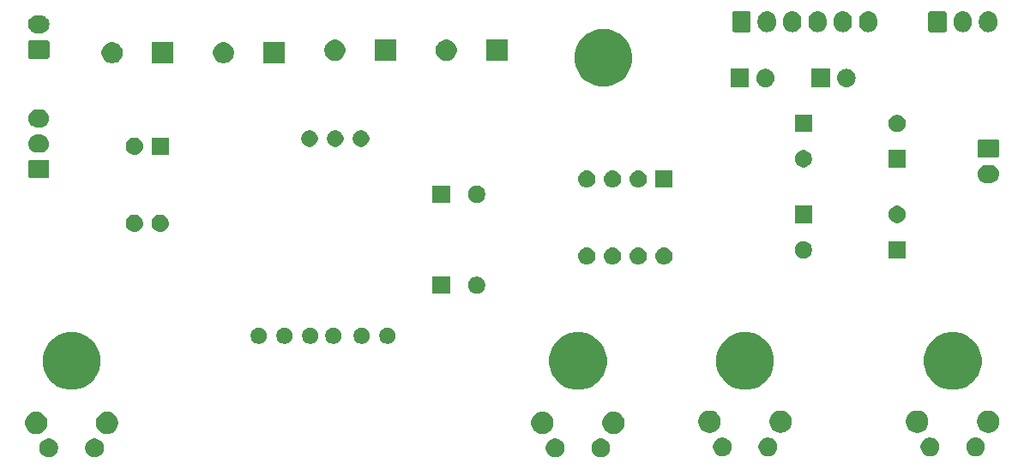
<source format=gbs>
%TF.GenerationSoftware,KiCad,Pcbnew,5.0.2+dfsg1-1*%
%TF.CreationDate,2022-04-21T18:11:17+09:00*%
%TF.ProjectId,car-bluetooth,6361722d-626c-4756-9574-6f6f74682e6b,rev?*%
%TF.SameCoordinates,Original*%
%TF.FileFunction,Soldermask,Bot*%
%TF.FilePolarity,Negative*%
%FSLAX46Y46*%
G04 Gerber Fmt 4.6, Leading zero omitted, Abs format (unit mm)*
G04 Created by KiCad (PCBNEW 5.0.2+dfsg1-1) date Thu 21 Apr 2022 06:11:17 PM JST*
%MOMM*%
%LPD*%
G01*
G04 APERTURE LIST*
%ADD10C,0.100000*%
G04 APERTURE END LIST*
D10*
G36*
X120020104Y-148715585D02*
X120188626Y-148785389D01*
X120340291Y-148886728D01*
X120469272Y-149015709D01*
X120570611Y-149167374D01*
X120640415Y-149335896D01*
X120676000Y-149514797D01*
X120676000Y-149697203D01*
X120640415Y-149876104D01*
X120570611Y-150044626D01*
X120469272Y-150196291D01*
X120340291Y-150325272D01*
X120188626Y-150426611D01*
X120020104Y-150496415D01*
X119841203Y-150532000D01*
X119658797Y-150532000D01*
X119479896Y-150496415D01*
X119311374Y-150426611D01*
X119159709Y-150325272D01*
X119030728Y-150196291D01*
X118929389Y-150044626D01*
X118859585Y-149876104D01*
X118824000Y-149697203D01*
X118824000Y-149514797D01*
X118859585Y-149335896D01*
X118929389Y-149167374D01*
X119030728Y-149015709D01*
X119159709Y-148886728D01*
X119311374Y-148785389D01*
X119479896Y-148715585D01*
X119658797Y-148680000D01*
X119841203Y-148680000D01*
X120020104Y-148715585D01*
X120020104Y-148715585D01*
G37*
G36*
X115520104Y-148715585D02*
X115688626Y-148785389D01*
X115840291Y-148886728D01*
X115969272Y-149015709D01*
X116070611Y-149167374D01*
X116140415Y-149335896D01*
X116176000Y-149514797D01*
X116176000Y-149697203D01*
X116140415Y-149876104D01*
X116070611Y-150044626D01*
X115969272Y-150196291D01*
X115840291Y-150325272D01*
X115688626Y-150426611D01*
X115520104Y-150496415D01*
X115341203Y-150532000D01*
X115158797Y-150532000D01*
X114979896Y-150496415D01*
X114811374Y-150426611D01*
X114659709Y-150325272D01*
X114530728Y-150196291D01*
X114429389Y-150044626D01*
X114359585Y-149876104D01*
X114324000Y-149697203D01*
X114324000Y-149514797D01*
X114359585Y-149335896D01*
X114429389Y-149167374D01*
X114530728Y-149015709D01*
X114659709Y-148886728D01*
X114811374Y-148785389D01*
X114979896Y-148715585D01*
X115158797Y-148680000D01*
X115341203Y-148680000D01*
X115520104Y-148715585D01*
X115520104Y-148715585D01*
G37*
G36*
X65530104Y-148715585D02*
X65698626Y-148785389D01*
X65850291Y-148886728D01*
X65979272Y-149015709D01*
X66080611Y-149167374D01*
X66150415Y-149335896D01*
X66186000Y-149514797D01*
X66186000Y-149697203D01*
X66150415Y-149876104D01*
X66080611Y-150044626D01*
X65979272Y-150196291D01*
X65850291Y-150325272D01*
X65698626Y-150426611D01*
X65530104Y-150496415D01*
X65351203Y-150532000D01*
X65168797Y-150532000D01*
X64989896Y-150496415D01*
X64821374Y-150426611D01*
X64669709Y-150325272D01*
X64540728Y-150196291D01*
X64439389Y-150044626D01*
X64369585Y-149876104D01*
X64334000Y-149697203D01*
X64334000Y-149514797D01*
X64369585Y-149335896D01*
X64439389Y-149167374D01*
X64540728Y-149015709D01*
X64669709Y-148886728D01*
X64821374Y-148785389D01*
X64989896Y-148715585D01*
X65168797Y-148680000D01*
X65351203Y-148680000D01*
X65530104Y-148715585D01*
X65530104Y-148715585D01*
G37*
G36*
X70030104Y-148715585D02*
X70198626Y-148785389D01*
X70350291Y-148886728D01*
X70479272Y-149015709D01*
X70580611Y-149167374D01*
X70650415Y-149335896D01*
X70686000Y-149514797D01*
X70686000Y-149697203D01*
X70650415Y-149876104D01*
X70580611Y-150044626D01*
X70479272Y-150196291D01*
X70350291Y-150325272D01*
X70198626Y-150426611D01*
X70030104Y-150496415D01*
X69851203Y-150532000D01*
X69668797Y-150532000D01*
X69489896Y-150496415D01*
X69321374Y-150426611D01*
X69169709Y-150325272D01*
X69040728Y-150196291D01*
X68939389Y-150044626D01*
X68869585Y-149876104D01*
X68834000Y-149697203D01*
X68834000Y-149514797D01*
X68869585Y-149335896D01*
X68939389Y-149167374D01*
X69040728Y-149015709D01*
X69169709Y-148886728D01*
X69321374Y-148785389D01*
X69489896Y-148715585D01*
X69668797Y-148680000D01*
X69851203Y-148680000D01*
X70030104Y-148715585D01*
X70030104Y-148715585D01*
G37*
G36*
X136520104Y-148599585D02*
X136688626Y-148669389D01*
X136840291Y-148770728D01*
X136969272Y-148899709D01*
X137070611Y-149051374D01*
X137140415Y-149219896D01*
X137176000Y-149398797D01*
X137176000Y-149581203D01*
X137140415Y-149760104D01*
X137070611Y-149928626D01*
X136969272Y-150080291D01*
X136840291Y-150209272D01*
X136688626Y-150310611D01*
X136520104Y-150380415D01*
X136341203Y-150416000D01*
X136158797Y-150416000D01*
X135979896Y-150380415D01*
X135811374Y-150310611D01*
X135659709Y-150209272D01*
X135530728Y-150080291D01*
X135429389Y-149928626D01*
X135359585Y-149760104D01*
X135324000Y-149581203D01*
X135324000Y-149398797D01*
X135359585Y-149219896D01*
X135429389Y-149051374D01*
X135530728Y-148899709D01*
X135659709Y-148770728D01*
X135811374Y-148669389D01*
X135979896Y-148599585D01*
X136158797Y-148564000D01*
X136341203Y-148564000D01*
X136520104Y-148599585D01*
X136520104Y-148599585D01*
G37*
G36*
X157020104Y-148599585D02*
X157188626Y-148669389D01*
X157340291Y-148770728D01*
X157469272Y-148899709D01*
X157570611Y-149051374D01*
X157640415Y-149219896D01*
X157676000Y-149398797D01*
X157676000Y-149581203D01*
X157640415Y-149760104D01*
X157570611Y-149928626D01*
X157469272Y-150080291D01*
X157340291Y-150209272D01*
X157188626Y-150310611D01*
X157020104Y-150380415D01*
X156841203Y-150416000D01*
X156658797Y-150416000D01*
X156479896Y-150380415D01*
X156311374Y-150310611D01*
X156159709Y-150209272D01*
X156030728Y-150080291D01*
X155929389Y-149928626D01*
X155859585Y-149760104D01*
X155824000Y-149581203D01*
X155824000Y-149398797D01*
X155859585Y-149219896D01*
X155929389Y-149051374D01*
X156030728Y-148899709D01*
X156159709Y-148770728D01*
X156311374Y-148669389D01*
X156479896Y-148599585D01*
X156658797Y-148564000D01*
X156841203Y-148564000D01*
X157020104Y-148599585D01*
X157020104Y-148599585D01*
G37*
G36*
X132020104Y-148599585D02*
X132188626Y-148669389D01*
X132340291Y-148770728D01*
X132469272Y-148899709D01*
X132570611Y-149051374D01*
X132640415Y-149219896D01*
X132676000Y-149398797D01*
X132676000Y-149581203D01*
X132640415Y-149760104D01*
X132570611Y-149928626D01*
X132469272Y-150080291D01*
X132340291Y-150209272D01*
X132188626Y-150310611D01*
X132020104Y-150380415D01*
X131841203Y-150416000D01*
X131658797Y-150416000D01*
X131479896Y-150380415D01*
X131311374Y-150310611D01*
X131159709Y-150209272D01*
X131030728Y-150080291D01*
X130929389Y-149928626D01*
X130859585Y-149760104D01*
X130824000Y-149581203D01*
X130824000Y-149398797D01*
X130859585Y-149219896D01*
X130929389Y-149051374D01*
X131030728Y-148899709D01*
X131159709Y-148770728D01*
X131311374Y-148669389D01*
X131479896Y-148599585D01*
X131658797Y-148564000D01*
X131841203Y-148564000D01*
X132020104Y-148599585D01*
X132020104Y-148599585D01*
G37*
G36*
X152520104Y-148599585D02*
X152688626Y-148669389D01*
X152840291Y-148770728D01*
X152969272Y-148899709D01*
X153070611Y-149051374D01*
X153140415Y-149219896D01*
X153176000Y-149398797D01*
X153176000Y-149581203D01*
X153140415Y-149760104D01*
X153070611Y-149928626D01*
X152969272Y-150080291D01*
X152840291Y-150209272D01*
X152688626Y-150310611D01*
X152520104Y-150380415D01*
X152341203Y-150416000D01*
X152158797Y-150416000D01*
X151979896Y-150380415D01*
X151811374Y-150310611D01*
X151659709Y-150209272D01*
X151530728Y-150080291D01*
X151429389Y-149928626D01*
X151359585Y-149760104D01*
X151324000Y-149581203D01*
X151324000Y-149398797D01*
X151359585Y-149219896D01*
X151429389Y-149051374D01*
X151530728Y-148899709D01*
X151659709Y-148770728D01*
X151811374Y-148669389D01*
X151979896Y-148599585D01*
X152158797Y-148564000D01*
X152341203Y-148564000D01*
X152520104Y-148599585D01*
X152520104Y-148599585D01*
G37*
G36*
X71224794Y-146036155D02*
X71331150Y-146057311D01*
X71401990Y-146086654D01*
X71531516Y-146140305D01*
X71711850Y-146260801D01*
X71865199Y-146414150D01*
X71985695Y-146594484D01*
X72068689Y-146794851D01*
X72111000Y-147007560D01*
X72111000Y-147224440D01*
X72068689Y-147437149D01*
X71985695Y-147637516D01*
X71865199Y-147817850D01*
X71711850Y-147971199D01*
X71711847Y-147971201D01*
X71711846Y-147971202D01*
X71580913Y-148058689D01*
X71531516Y-148091695D01*
X71401990Y-148145346D01*
X71331150Y-148174689D01*
X71224795Y-148195844D01*
X71118440Y-148217000D01*
X70901560Y-148217000D01*
X70795205Y-148195844D01*
X70688850Y-148174689D01*
X70618010Y-148145346D01*
X70488484Y-148091695D01*
X70439087Y-148058689D01*
X70308154Y-147971202D01*
X70308153Y-147971201D01*
X70308150Y-147971199D01*
X70154801Y-147817850D01*
X70034305Y-147637516D01*
X69951311Y-147437149D01*
X69909000Y-147224440D01*
X69909000Y-147007560D01*
X69951311Y-146794851D01*
X70034305Y-146594484D01*
X70154801Y-146414150D01*
X70308150Y-146260801D01*
X70488484Y-146140305D01*
X70618010Y-146086654D01*
X70688850Y-146057311D01*
X70795206Y-146036155D01*
X70901560Y-146015000D01*
X71118440Y-146015000D01*
X71224794Y-146036155D01*
X71224794Y-146036155D01*
G37*
G36*
X121214794Y-146036155D02*
X121321150Y-146057311D01*
X121391990Y-146086654D01*
X121521516Y-146140305D01*
X121701850Y-146260801D01*
X121855199Y-146414150D01*
X121975695Y-146594484D01*
X122058689Y-146794851D01*
X122101000Y-147007560D01*
X122101000Y-147224440D01*
X122058689Y-147437149D01*
X121975695Y-147637516D01*
X121855199Y-147817850D01*
X121701850Y-147971199D01*
X121701847Y-147971201D01*
X121701846Y-147971202D01*
X121570913Y-148058689D01*
X121521516Y-148091695D01*
X121391990Y-148145346D01*
X121321150Y-148174689D01*
X121214795Y-148195844D01*
X121108440Y-148217000D01*
X120891560Y-148217000D01*
X120785205Y-148195844D01*
X120678850Y-148174689D01*
X120608010Y-148145346D01*
X120478484Y-148091695D01*
X120429087Y-148058689D01*
X120298154Y-147971202D01*
X120298153Y-147971201D01*
X120298150Y-147971199D01*
X120144801Y-147817850D01*
X120024305Y-147637516D01*
X119941311Y-147437149D01*
X119899000Y-147224440D01*
X119899000Y-147007560D01*
X119941311Y-146794851D01*
X120024305Y-146594484D01*
X120144801Y-146414150D01*
X120298150Y-146260801D01*
X120478484Y-146140305D01*
X120608010Y-146086654D01*
X120678850Y-146057311D01*
X120785206Y-146036155D01*
X120891560Y-146015000D01*
X121108440Y-146015000D01*
X121214794Y-146036155D01*
X121214794Y-146036155D01*
G37*
G36*
X114204794Y-146036155D02*
X114311150Y-146057311D01*
X114381990Y-146086654D01*
X114511516Y-146140305D01*
X114691850Y-146260801D01*
X114845199Y-146414150D01*
X114965695Y-146594484D01*
X115048689Y-146794851D01*
X115091000Y-147007560D01*
X115091000Y-147224440D01*
X115048689Y-147437149D01*
X114965695Y-147637516D01*
X114845199Y-147817850D01*
X114691850Y-147971199D01*
X114691847Y-147971201D01*
X114691846Y-147971202D01*
X114560913Y-148058689D01*
X114511516Y-148091695D01*
X114381990Y-148145346D01*
X114311150Y-148174689D01*
X114204795Y-148195844D01*
X114098440Y-148217000D01*
X113881560Y-148217000D01*
X113775205Y-148195844D01*
X113668850Y-148174689D01*
X113598010Y-148145346D01*
X113468484Y-148091695D01*
X113419087Y-148058689D01*
X113288154Y-147971202D01*
X113288153Y-147971201D01*
X113288150Y-147971199D01*
X113134801Y-147817850D01*
X113014305Y-147637516D01*
X112931311Y-147437149D01*
X112889000Y-147224440D01*
X112889000Y-147007560D01*
X112931311Y-146794851D01*
X113014305Y-146594484D01*
X113134801Y-146414150D01*
X113288150Y-146260801D01*
X113468484Y-146140305D01*
X113598010Y-146086654D01*
X113668850Y-146057311D01*
X113775206Y-146036155D01*
X113881560Y-146015000D01*
X114098440Y-146015000D01*
X114204794Y-146036155D01*
X114204794Y-146036155D01*
G37*
G36*
X64214794Y-146036155D02*
X64321150Y-146057311D01*
X64391990Y-146086654D01*
X64521516Y-146140305D01*
X64701850Y-146260801D01*
X64855199Y-146414150D01*
X64975695Y-146594484D01*
X65058689Y-146794851D01*
X65101000Y-147007560D01*
X65101000Y-147224440D01*
X65058689Y-147437149D01*
X64975695Y-147637516D01*
X64855199Y-147817850D01*
X64701850Y-147971199D01*
X64701847Y-147971201D01*
X64701846Y-147971202D01*
X64570913Y-148058689D01*
X64521516Y-148091695D01*
X64391990Y-148145346D01*
X64321150Y-148174689D01*
X64214795Y-148195844D01*
X64108440Y-148217000D01*
X63891560Y-148217000D01*
X63785205Y-148195844D01*
X63678850Y-148174689D01*
X63608010Y-148145346D01*
X63478484Y-148091695D01*
X63429087Y-148058689D01*
X63298154Y-147971202D01*
X63298153Y-147971201D01*
X63298150Y-147971199D01*
X63144801Y-147817850D01*
X63024305Y-147637516D01*
X62941311Y-147437149D01*
X62899000Y-147224440D01*
X62899000Y-147007560D01*
X62941311Y-146794851D01*
X63024305Y-146594484D01*
X63144801Y-146414150D01*
X63298150Y-146260801D01*
X63478484Y-146140305D01*
X63608010Y-146086654D01*
X63678850Y-146057311D01*
X63785206Y-146036155D01*
X63891560Y-146015000D01*
X64108440Y-146015000D01*
X64214794Y-146036155D01*
X64214794Y-146036155D01*
G37*
G36*
X151204795Y-145920156D02*
X151311150Y-145941311D01*
X151381990Y-145970654D01*
X151511516Y-146024305D01*
X151511519Y-146024307D01*
X151685125Y-146140307D01*
X151691850Y-146144801D01*
X151845199Y-146298150D01*
X151965695Y-146478484D01*
X152048689Y-146678851D01*
X152091000Y-146891560D01*
X152091000Y-147108440D01*
X152048689Y-147321149D01*
X151965695Y-147521516D01*
X151845199Y-147701850D01*
X151691850Y-147855199D01*
X151511516Y-147975695D01*
X151381990Y-148029346D01*
X151311150Y-148058689D01*
X151204794Y-148079845D01*
X151098440Y-148101000D01*
X150881560Y-148101000D01*
X150775206Y-148079845D01*
X150668850Y-148058689D01*
X150598010Y-148029346D01*
X150468484Y-147975695D01*
X150288150Y-147855199D01*
X150134801Y-147701850D01*
X150014305Y-147521516D01*
X149931311Y-147321149D01*
X149889000Y-147108440D01*
X149889000Y-146891560D01*
X149931311Y-146678851D01*
X150014305Y-146478484D01*
X150134801Y-146298150D01*
X150288150Y-146144801D01*
X150294876Y-146140307D01*
X150468481Y-146024307D01*
X150468484Y-146024305D01*
X150598010Y-145970654D01*
X150668850Y-145941311D01*
X150775205Y-145920156D01*
X150881560Y-145899000D01*
X151098440Y-145899000D01*
X151204795Y-145920156D01*
X151204795Y-145920156D01*
G37*
G36*
X137714795Y-145920156D02*
X137821150Y-145941311D01*
X137891990Y-145970654D01*
X138021516Y-146024305D01*
X138021519Y-146024307D01*
X138195125Y-146140307D01*
X138201850Y-146144801D01*
X138355199Y-146298150D01*
X138475695Y-146478484D01*
X138558689Y-146678851D01*
X138601000Y-146891560D01*
X138601000Y-147108440D01*
X138558689Y-147321149D01*
X138475695Y-147521516D01*
X138355199Y-147701850D01*
X138201850Y-147855199D01*
X138021516Y-147975695D01*
X137891990Y-148029346D01*
X137821150Y-148058689D01*
X137714794Y-148079845D01*
X137608440Y-148101000D01*
X137391560Y-148101000D01*
X137285206Y-148079845D01*
X137178850Y-148058689D01*
X137108010Y-148029346D01*
X136978484Y-147975695D01*
X136798150Y-147855199D01*
X136644801Y-147701850D01*
X136524305Y-147521516D01*
X136441311Y-147321149D01*
X136399000Y-147108440D01*
X136399000Y-146891560D01*
X136441311Y-146678851D01*
X136524305Y-146478484D01*
X136644801Y-146298150D01*
X136798150Y-146144801D01*
X136804876Y-146140307D01*
X136978481Y-146024307D01*
X136978484Y-146024305D01*
X137108010Y-145970654D01*
X137178850Y-145941311D01*
X137285205Y-145920156D01*
X137391560Y-145899000D01*
X137608440Y-145899000D01*
X137714795Y-145920156D01*
X137714795Y-145920156D01*
G37*
G36*
X158214795Y-145920156D02*
X158321150Y-145941311D01*
X158391990Y-145970654D01*
X158521516Y-146024305D01*
X158521519Y-146024307D01*
X158695125Y-146140307D01*
X158701850Y-146144801D01*
X158855199Y-146298150D01*
X158975695Y-146478484D01*
X159058689Y-146678851D01*
X159101000Y-146891560D01*
X159101000Y-147108440D01*
X159058689Y-147321149D01*
X158975695Y-147521516D01*
X158855199Y-147701850D01*
X158701850Y-147855199D01*
X158521516Y-147975695D01*
X158391990Y-148029346D01*
X158321150Y-148058689D01*
X158214794Y-148079845D01*
X158108440Y-148101000D01*
X157891560Y-148101000D01*
X157785206Y-148079845D01*
X157678850Y-148058689D01*
X157608010Y-148029346D01*
X157478484Y-147975695D01*
X157298150Y-147855199D01*
X157144801Y-147701850D01*
X157024305Y-147521516D01*
X156941311Y-147321149D01*
X156899000Y-147108440D01*
X156899000Y-146891560D01*
X156941311Y-146678851D01*
X157024305Y-146478484D01*
X157144801Y-146298150D01*
X157298150Y-146144801D01*
X157304876Y-146140307D01*
X157478481Y-146024307D01*
X157478484Y-146024305D01*
X157608010Y-145970654D01*
X157678850Y-145941311D01*
X157785205Y-145920156D01*
X157891560Y-145899000D01*
X158108440Y-145899000D01*
X158214795Y-145920156D01*
X158214795Y-145920156D01*
G37*
G36*
X130704795Y-145920156D02*
X130811150Y-145941311D01*
X130881990Y-145970654D01*
X131011516Y-146024305D01*
X131011519Y-146024307D01*
X131185125Y-146140307D01*
X131191850Y-146144801D01*
X131345199Y-146298150D01*
X131465695Y-146478484D01*
X131548689Y-146678851D01*
X131591000Y-146891560D01*
X131591000Y-147108440D01*
X131548689Y-147321149D01*
X131465695Y-147521516D01*
X131345199Y-147701850D01*
X131191850Y-147855199D01*
X131011516Y-147975695D01*
X130881990Y-148029346D01*
X130811150Y-148058689D01*
X130704794Y-148079845D01*
X130598440Y-148101000D01*
X130381560Y-148101000D01*
X130275206Y-148079845D01*
X130168850Y-148058689D01*
X130098010Y-148029346D01*
X129968484Y-147975695D01*
X129788150Y-147855199D01*
X129634801Y-147701850D01*
X129514305Y-147521516D01*
X129431311Y-147321149D01*
X129389000Y-147108440D01*
X129389000Y-146891560D01*
X129431311Y-146678851D01*
X129514305Y-146478484D01*
X129634801Y-146298150D01*
X129788150Y-146144801D01*
X129794876Y-146140307D01*
X129968481Y-146024307D01*
X129968484Y-146024305D01*
X130098010Y-145970654D01*
X130168850Y-145941311D01*
X130275205Y-145920156D01*
X130381560Y-145899000D01*
X130598440Y-145899000D01*
X130704795Y-145920156D01*
X130704795Y-145920156D01*
G37*
G36*
X118331606Y-138258562D02*
X118850455Y-138473476D01*
X119009991Y-138580075D01*
X119317410Y-138785486D01*
X119714514Y-139182590D01*
X119714516Y-139182593D01*
X120026524Y-139649545D01*
X120241438Y-140168394D01*
X120351000Y-140719201D01*
X120351000Y-141280799D01*
X120241438Y-141831606D01*
X120026524Y-142350455D01*
X119716620Y-142814259D01*
X119714514Y-142817410D01*
X119317410Y-143214514D01*
X119317407Y-143214516D01*
X118850455Y-143526524D01*
X118331606Y-143741438D01*
X117780800Y-143851000D01*
X117219200Y-143851000D01*
X116668394Y-143741438D01*
X116149545Y-143526524D01*
X115682593Y-143214516D01*
X115682590Y-143214514D01*
X115285486Y-142817410D01*
X115283380Y-142814259D01*
X114973476Y-142350455D01*
X114758562Y-141831606D01*
X114649000Y-141280799D01*
X114649000Y-140719201D01*
X114758562Y-140168394D01*
X114973476Y-139649545D01*
X115285484Y-139182593D01*
X115285486Y-139182590D01*
X115682590Y-138785486D01*
X115990009Y-138580075D01*
X116149545Y-138473476D01*
X116668394Y-138258562D01*
X117219200Y-138149000D01*
X117780800Y-138149000D01*
X118331606Y-138258562D01*
X118331606Y-138258562D01*
G37*
G36*
X68331606Y-138258562D02*
X68850455Y-138473476D01*
X69009991Y-138580075D01*
X69317410Y-138785486D01*
X69714514Y-139182590D01*
X69714516Y-139182593D01*
X70026524Y-139649545D01*
X70241438Y-140168394D01*
X70351000Y-140719201D01*
X70351000Y-141280799D01*
X70241438Y-141831606D01*
X70026524Y-142350455D01*
X69716620Y-142814259D01*
X69714514Y-142817410D01*
X69317410Y-143214514D01*
X69317407Y-143214516D01*
X68850455Y-143526524D01*
X68331606Y-143741438D01*
X67780800Y-143851000D01*
X67219200Y-143851000D01*
X66668394Y-143741438D01*
X66149545Y-143526524D01*
X65682593Y-143214516D01*
X65682590Y-143214514D01*
X65285486Y-142817410D01*
X65283380Y-142814259D01*
X64973476Y-142350455D01*
X64758562Y-141831606D01*
X64649000Y-141280799D01*
X64649000Y-140719201D01*
X64758562Y-140168394D01*
X64973476Y-139649545D01*
X65285484Y-139182593D01*
X65285486Y-139182590D01*
X65682590Y-138785486D01*
X65990009Y-138580075D01*
X66149545Y-138473476D01*
X66668394Y-138258562D01*
X67219200Y-138149000D01*
X67780800Y-138149000D01*
X68331606Y-138258562D01*
X68331606Y-138258562D01*
G37*
G36*
X155331606Y-138258562D02*
X155850455Y-138473476D01*
X156009991Y-138580075D01*
X156317410Y-138785486D01*
X156714514Y-139182590D01*
X156714516Y-139182593D01*
X157026524Y-139649545D01*
X157241438Y-140168394D01*
X157351000Y-140719201D01*
X157351000Y-141280799D01*
X157241438Y-141831606D01*
X157026524Y-142350455D01*
X156716620Y-142814259D01*
X156714514Y-142817410D01*
X156317410Y-143214514D01*
X156317407Y-143214516D01*
X155850455Y-143526524D01*
X155331606Y-143741438D01*
X154780800Y-143851000D01*
X154219200Y-143851000D01*
X153668394Y-143741438D01*
X153149545Y-143526524D01*
X152682593Y-143214516D01*
X152682590Y-143214514D01*
X152285486Y-142817410D01*
X152283380Y-142814259D01*
X151973476Y-142350455D01*
X151758562Y-141831606D01*
X151649000Y-141280799D01*
X151649000Y-140719201D01*
X151758562Y-140168394D01*
X151973476Y-139649545D01*
X152285484Y-139182593D01*
X152285486Y-139182590D01*
X152682590Y-138785486D01*
X152990009Y-138580075D01*
X153149545Y-138473476D01*
X153668394Y-138258562D01*
X154219200Y-138149000D01*
X154780800Y-138149000D01*
X155331606Y-138258562D01*
X155331606Y-138258562D01*
G37*
G36*
X134831606Y-138258562D02*
X135350455Y-138473476D01*
X135509991Y-138580075D01*
X135817410Y-138785486D01*
X136214514Y-139182590D01*
X136214516Y-139182593D01*
X136526524Y-139649545D01*
X136741438Y-140168394D01*
X136851000Y-140719201D01*
X136851000Y-141280799D01*
X136741438Y-141831606D01*
X136526524Y-142350455D01*
X136216620Y-142814259D01*
X136214514Y-142817410D01*
X135817410Y-143214514D01*
X135817407Y-143214516D01*
X135350455Y-143526524D01*
X134831606Y-143741438D01*
X134280800Y-143851000D01*
X133719200Y-143851000D01*
X133168394Y-143741438D01*
X132649545Y-143526524D01*
X132182593Y-143214516D01*
X132182590Y-143214514D01*
X131785486Y-142817410D01*
X131783380Y-142814259D01*
X131473476Y-142350455D01*
X131258562Y-141831606D01*
X131149000Y-141280799D01*
X131149000Y-140719201D01*
X131258562Y-140168394D01*
X131473476Y-139649545D01*
X131785484Y-139182593D01*
X131785486Y-139182590D01*
X132182590Y-138785486D01*
X132490009Y-138580075D01*
X132649545Y-138473476D01*
X133168394Y-138258562D01*
X133719200Y-138149000D01*
X134280800Y-138149000D01*
X134831606Y-138258562D01*
X134831606Y-138258562D01*
G37*
G36*
X93603142Y-137718242D02*
X93751102Y-137779530D01*
X93884258Y-137868502D01*
X93997498Y-137981742D01*
X94086470Y-138114898D01*
X94147758Y-138262858D01*
X94179000Y-138419925D01*
X94179000Y-138580075D01*
X94147758Y-138737142D01*
X94086470Y-138885102D01*
X93997498Y-139018258D01*
X93884258Y-139131498D01*
X93751102Y-139220470D01*
X93603142Y-139281758D01*
X93446075Y-139313000D01*
X93285925Y-139313000D01*
X93128858Y-139281758D01*
X92980898Y-139220470D01*
X92847742Y-139131498D01*
X92734502Y-139018258D01*
X92645530Y-138885102D01*
X92584242Y-138737142D01*
X92553000Y-138580075D01*
X92553000Y-138419925D01*
X92584242Y-138262858D01*
X92645530Y-138114898D01*
X92734502Y-137981742D01*
X92847742Y-137868502D01*
X92980898Y-137779530D01*
X93128858Y-137718242D01*
X93285925Y-137687000D01*
X93446075Y-137687000D01*
X93603142Y-137718242D01*
X93603142Y-137718242D01*
G37*
G36*
X91317142Y-137718242D02*
X91465102Y-137779530D01*
X91598258Y-137868502D01*
X91711498Y-137981742D01*
X91800470Y-138114898D01*
X91861758Y-138262858D01*
X91893000Y-138419925D01*
X91893000Y-138580075D01*
X91861758Y-138737142D01*
X91800470Y-138885102D01*
X91711498Y-139018258D01*
X91598258Y-139131498D01*
X91465102Y-139220470D01*
X91317142Y-139281758D01*
X91160075Y-139313000D01*
X90999925Y-139313000D01*
X90842858Y-139281758D01*
X90694898Y-139220470D01*
X90561742Y-139131498D01*
X90448502Y-139018258D01*
X90359530Y-138885102D01*
X90298242Y-138737142D01*
X90267000Y-138580075D01*
X90267000Y-138419925D01*
X90298242Y-138262858D01*
X90359530Y-138114898D01*
X90448502Y-137981742D01*
X90561742Y-137868502D01*
X90694898Y-137779530D01*
X90842858Y-137718242D01*
X90999925Y-137687000D01*
X91160075Y-137687000D01*
X91317142Y-137718242D01*
X91317142Y-137718242D01*
G37*
G36*
X86237142Y-137718242D02*
X86385102Y-137779530D01*
X86518258Y-137868502D01*
X86631498Y-137981742D01*
X86720470Y-138114898D01*
X86781758Y-138262858D01*
X86813000Y-138419925D01*
X86813000Y-138580075D01*
X86781758Y-138737142D01*
X86720470Y-138885102D01*
X86631498Y-139018258D01*
X86518258Y-139131498D01*
X86385102Y-139220470D01*
X86237142Y-139281758D01*
X86080075Y-139313000D01*
X85919925Y-139313000D01*
X85762858Y-139281758D01*
X85614898Y-139220470D01*
X85481742Y-139131498D01*
X85368502Y-139018258D01*
X85279530Y-138885102D01*
X85218242Y-138737142D01*
X85187000Y-138580075D01*
X85187000Y-138419925D01*
X85218242Y-138262858D01*
X85279530Y-138114898D01*
X85368502Y-137981742D01*
X85481742Y-137868502D01*
X85614898Y-137779530D01*
X85762858Y-137718242D01*
X85919925Y-137687000D01*
X86080075Y-137687000D01*
X86237142Y-137718242D01*
X86237142Y-137718242D01*
G37*
G36*
X98937142Y-137718242D02*
X99085102Y-137779530D01*
X99218258Y-137868502D01*
X99331498Y-137981742D01*
X99420470Y-138114898D01*
X99481758Y-138262858D01*
X99513000Y-138419925D01*
X99513000Y-138580075D01*
X99481758Y-138737142D01*
X99420470Y-138885102D01*
X99331498Y-139018258D01*
X99218258Y-139131498D01*
X99085102Y-139220470D01*
X98937142Y-139281758D01*
X98780075Y-139313000D01*
X98619925Y-139313000D01*
X98462858Y-139281758D01*
X98314898Y-139220470D01*
X98181742Y-139131498D01*
X98068502Y-139018258D01*
X97979530Y-138885102D01*
X97918242Y-138737142D01*
X97887000Y-138580075D01*
X97887000Y-138419925D01*
X97918242Y-138262858D01*
X97979530Y-138114898D01*
X98068502Y-137981742D01*
X98181742Y-137868502D01*
X98314898Y-137779530D01*
X98462858Y-137718242D01*
X98619925Y-137687000D01*
X98780075Y-137687000D01*
X98937142Y-137718242D01*
X98937142Y-137718242D01*
G37*
G36*
X96397142Y-137718242D02*
X96545102Y-137779530D01*
X96678258Y-137868502D01*
X96791498Y-137981742D01*
X96880470Y-138114898D01*
X96941758Y-138262858D01*
X96973000Y-138419925D01*
X96973000Y-138580075D01*
X96941758Y-138737142D01*
X96880470Y-138885102D01*
X96791498Y-139018258D01*
X96678258Y-139131498D01*
X96545102Y-139220470D01*
X96397142Y-139281758D01*
X96240075Y-139313000D01*
X96079925Y-139313000D01*
X95922858Y-139281758D01*
X95774898Y-139220470D01*
X95641742Y-139131498D01*
X95528502Y-139018258D01*
X95439530Y-138885102D01*
X95378242Y-138737142D01*
X95347000Y-138580075D01*
X95347000Y-138419925D01*
X95378242Y-138262858D01*
X95439530Y-138114898D01*
X95528502Y-137981742D01*
X95641742Y-137868502D01*
X95774898Y-137779530D01*
X95922858Y-137718242D01*
X96079925Y-137687000D01*
X96240075Y-137687000D01*
X96397142Y-137718242D01*
X96397142Y-137718242D01*
G37*
G36*
X88777142Y-137718242D02*
X88925102Y-137779530D01*
X89058258Y-137868502D01*
X89171498Y-137981742D01*
X89260470Y-138114898D01*
X89321758Y-138262858D01*
X89353000Y-138419925D01*
X89353000Y-138580075D01*
X89321758Y-138737142D01*
X89260470Y-138885102D01*
X89171498Y-139018258D01*
X89058258Y-139131498D01*
X88925102Y-139220470D01*
X88777142Y-139281758D01*
X88620075Y-139313000D01*
X88459925Y-139313000D01*
X88302858Y-139281758D01*
X88154898Y-139220470D01*
X88021742Y-139131498D01*
X87908502Y-139018258D01*
X87819530Y-138885102D01*
X87758242Y-138737142D01*
X87727000Y-138580075D01*
X87727000Y-138419925D01*
X87758242Y-138262858D01*
X87819530Y-138114898D01*
X87908502Y-137981742D01*
X88021742Y-137868502D01*
X88154898Y-137779530D01*
X88302858Y-137718242D01*
X88459925Y-137687000D01*
X88620075Y-137687000D01*
X88777142Y-137718242D01*
X88777142Y-137718242D01*
G37*
G36*
X104851000Y-134351000D02*
X103149000Y-134351000D01*
X103149000Y-132649000D01*
X104851000Y-132649000D01*
X104851000Y-134351000D01*
X104851000Y-134351000D01*
G37*
G36*
X107748228Y-132681703D02*
X107903100Y-132745853D01*
X108042481Y-132838985D01*
X108161015Y-132957519D01*
X108254147Y-133096900D01*
X108318297Y-133251772D01*
X108351000Y-133416184D01*
X108351000Y-133583816D01*
X108318297Y-133748228D01*
X108254147Y-133903100D01*
X108161015Y-134042481D01*
X108042481Y-134161015D01*
X107903100Y-134254147D01*
X107748228Y-134318297D01*
X107583816Y-134351000D01*
X107416184Y-134351000D01*
X107251772Y-134318297D01*
X107096900Y-134254147D01*
X106957519Y-134161015D01*
X106838985Y-134042481D01*
X106745853Y-133903100D01*
X106681703Y-133748228D01*
X106649000Y-133583816D01*
X106649000Y-133416184D01*
X106681703Y-133251772D01*
X106745853Y-133096900D01*
X106838985Y-132957519D01*
X106957519Y-132838985D01*
X107096900Y-132745853D01*
X107251772Y-132681703D01*
X107416184Y-132649000D01*
X107583816Y-132649000D01*
X107748228Y-132681703D01*
X107748228Y-132681703D01*
G37*
G36*
X126166821Y-129781313D02*
X126166824Y-129781314D01*
X126166825Y-129781314D01*
X126327239Y-129829975D01*
X126327241Y-129829976D01*
X126327244Y-129829977D01*
X126475078Y-129908995D01*
X126604659Y-130015341D01*
X126711005Y-130144922D01*
X126790023Y-130292756D01*
X126838687Y-130453179D01*
X126855117Y-130620000D01*
X126838687Y-130786821D01*
X126838686Y-130786824D01*
X126838686Y-130786825D01*
X126819219Y-130851000D01*
X126790023Y-130947244D01*
X126711005Y-131095078D01*
X126604659Y-131224659D01*
X126475078Y-131331005D01*
X126327244Y-131410023D01*
X126327241Y-131410024D01*
X126327239Y-131410025D01*
X126166825Y-131458686D01*
X126166824Y-131458686D01*
X126166821Y-131458687D01*
X126041804Y-131471000D01*
X125958196Y-131471000D01*
X125833179Y-131458687D01*
X125833176Y-131458686D01*
X125833175Y-131458686D01*
X125672761Y-131410025D01*
X125672759Y-131410024D01*
X125672756Y-131410023D01*
X125524922Y-131331005D01*
X125395341Y-131224659D01*
X125288995Y-131095078D01*
X125209977Y-130947244D01*
X125180782Y-130851000D01*
X125161314Y-130786825D01*
X125161314Y-130786824D01*
X125161313Y-130786821D01*
X125144883Y-130620000D01*
X125161313Y-130453179D01*
X125209977Y-130292756D01*
X125288995Y-130144922D01*
X125395341Y-130015341D01*
X125524922Y-129908995D01*
X125672756Y-129829977D01*
X125672759Y-129829976D01*
X125672761Y-129829975D01*
X125833175Y-129781314D01*
X125833176Y-129781314D01*
X125833179Y-129781313D01*
X125958196Y-129769000D01*
X126041804Y-129769000D01*
X126166821Y-129781313D01*
X126166821Y-129781313D01*
G37*
G36*
X123626821Y-129781313D02*
X123626824Y-129781314D01*
X123626825Y-129781314D01*
X123787239Y-129829975D01*
X123787241Y-129829976D01*
X123787244Y-129829977D01*
X123935078Y-129908995D01*
X124064659Y-130015341D01*
X124171005Y-130144922D01*
X124250023Y-130292756D01*
X124298687Y-130453179D01*
X124315117Y-130620000D01*
X124298687Y-130786821D01*
X124298686Y-130786824D01*
X124298686Y-130786825D01*
X124279219Y-130851000D01*
X124250023Y-130947244D01*
X124171005Y-131095078D01*
X124064659Y-131224659D01*
X123935078Y-131331005D01*
X123787244Y-131410023D01*
X123787241Y-131410024D01*
X123787239Y-131410025D01*
X123626825Y-131458686D01*
X123626824Y-131458686D01*
X123626821Y-131458687D01*
X123501804Y-131471000D01*
X123418196Y-131471000D01*
X123293179Y-131458687D01*
X123293176Y-131458686D01*
X123293175Y-131458686D01*
X123132761Y-131410025D01*
X123132759Y-131410024D01*
X123132756Y-131410023D01*
X122984922Y-131331005D01*
X122855341Y-131224659D01*
X122748995Y-131095078D01*
X122669977Y-130947244D01*
X122640782Y-130851000D01*
X122621314Y-130786825D01*
X122621314Y-130786824D01*
X122621313Y-130786821D01*
X122604883Y-130620000D01*
X122621313Y-130453179D01*
X122669977Y-130292756D01*
X122748995Y-130144922D01*
X122855341Y-130015341D01*
X122984922Y-129908995D01*
X123132756Y-129829977D01*
X123132759Y-129829976D01*
X123132761Y-129829975D01*
X123293175Y-129781314D01*
X123293176Y-129781314D01*
X123293179Y-129781313D01*
X123418196Y-129769000D01*
X123501804Y-129769000D01*
X123626821Y-129781313D01*
X123626821Y-129781313D01*
G37*
G36*
X121086821Y-129781313D02*
X121086824Y-129781314D01*
X121086825Y-129781314D01*
X121247239Y-129829975D01*
X121247241Y-129829976D01*
X121247244Y-129829977D01*
X121395078Y-129908995D01*
X121524659Y-130015341D01*
X121631005Y-130144922D01*
X121710023Y-130292756D01*
X121758687Y-130453179D01*
X121775117Y-130620000D01*
X121758687Y-130786821D01*
X121758686Y-130786824D01*
X121758686Y-130786825D01*
X121739219Y-130851000D01*
X121710023Y-130947244D01*
X121631005Y-131095078D01*
X121524659Y-131224659D01*
X121395078Y-131331005D01*
X121247244Y-131410023D01*
X121247241Y-131410024D01*
X121247239Y-131410025D01*
X121086825Y-131458686D01*
X121086824Y-131458686D01*
X121086821Y-131458687D01*
X120961804Y-131471000D01*
X120878196Y-131471000D01*
X120753179Y-131458687D01*
X120753176Y-131458686D01*
X120753175Y-131458686D01*
X120592761Y-131410025D01*
X120592759Y-131410024D01*
X120592756Y-131410023D01*
X120444922Y-131331005D01*
X120315341Y-131224659D01*
X120208995Y-131095078D01*
X120129977Y-130947244D01*
X120100782Y-130851000D01*
X120081314Y-130786825D01*
X120081314Y-130786824D01*
X120081313Y-130786821D01*
X120064883Y-130620000D01*
X120081313Y-130453179D01*
X120129977Y-130292756D01*
X120208995Y-130144922D01*
X120315341Y-130015341D01*
X120444922Y-129908995D01*
X120592756Y-129829977D01*
X120592759Y-129829976D01*
X120592761Y-129829975D01*
X120753175Y-129781314D01*
X120753176Y-129781314D01*
X120753179Y-129781313D01*
X120878196Y-129769000D01*
X120961804Y-129769000D01*
X121086821Y-129781313D01*
X121086821Y-129781313D01*
G37*
G36*
X118546821Y-129781313D02*
X118546824Y-129781314D01*
X118546825Y-129781314D01*
X118707239Y-129829975D01*
X118707241Y-129829976D01*
X118707244Y-129829977D01*
X118855078Y-129908995D01*
X118984659Y-130015341D01*
X119091005Y-130144922D01*
X119170023Y-130292756D01*
X119218687Y-130453179D01*
X119235117Y-130620000D01*
X119218687Y-130786821D01*
X119218686Y-130786824D01*
X119218686Y-130786825D01*
X119199219Y-130851000D01*
X119170023Y-130947244D01*
X119091005Y-131095078D01*
X118984659Y-131224659D01*
X118855078Y-131331005D01*
X118707244Y-131410023D01*
X118707241Y-131410024D01*
X118707239Y-131410025D01*
X118546825Y-131458686D01*
X118546824Y-131458686D01*
X118546821Y-131458687D01*
X118421804Y-131471000D01*
X118338196Y-131471000D01*
X118213179Y-131458687D01*
X118213176Y-131458686D01*
X118213175Y-131458686D01*
X118052761Y-131410025D01*
X118052759Y-131410024D01*
X118052756Y-131410023D01*
X117904922Y-131331005D01*
X117775341Y-131224659D01*
X117668995Y-131095078D01*
X117589977Y-130947244D01*
X117560782Y-130851000D01*
X117541314Y-130786825D01*
X117541314Y-130786824D01*
X117541313Y-130786821D01*
X117524883Y-130620000D01*
X117541313Y-130453179D01*
X117589977Y-130292756D01*
X117668995Y-130144922D01*
X117775341Y-130015341D01*
X117904922Y-129908995D01*
X118052756Y-129829977D01*
X118052759Y-129829976D01*
X118052761Y-129829975D01*
X118213175Y-129781314D01*
X118213176Y-129781314D01*
X118213179Y-129781313D01*
X118338196Y-129769000D01*
X118421804Y-129769000D01*
X118546821Y-129781313D01*
X118546821Y-129781313D01*
G37*
G36*
X149851000Y-130851000D02*
X148149000Y-130851000D01*
X148149000Y-129149000D01*
X149851000Y-129149000D01*
X149851000Y-130851000D01*
X149851000Y-130851000D01*
G37*
G36*
X139998228Y-129181703D02*
X140153100Y-129245853D01*
X140292481Y-129338985D01*
X140411015Y-129457519D01*
X140504147Y-129596900D01*
X140568297Y-129751772D01*
X140601000Y-129916184D01*
X140601000Y-130083816D01*
X140568297Y-130248228D01*
X140504147Y-130403100D01*
X140411015Y-130542481D01*
X140292481Y-130661015D01*
X140153100Y-130754147D01*
X139998228Y-130818297D01*
X139833816Y-130851000D01*
X139666184Y-130851000D01*
X139501772Y-130818297D01*
X139346900Y-130754147D01*
X139207519Y-130661015D01*
X139088985Y-130542481D01*
X138995853Y-130403100D01*
X138931703Y-130248228D01*
X138899000Y-130083816D01*
X138899000Y-129916184D01*
X138931703Y-129751772D01*
X138995853Y-129596900D01*
X139088985Y-129457519D01*
X139207519Y-129338985D01*
X139346900Y-129245853D01*
X139501772Y-129181703D01*
X139666184Y-129149000D01*
X139833816Y-129149000D01*
X139998228Y-129181703D01*
X139998228Y-129181703D01*
G37*
G36*
X73876821Y-126531313D02*
X73876824Y-126531314D01*
X73876825Y-126531314D01*
X74037239Y-126579975D01*
X74037241Y-126579976D01*
X74037244Y-126579977D01*
X74185078Y-126658995D01*
X74314659Y-126765341D01*
X74421005Y-126894922D01*
X74500023Y-127042756D01*
X74500024Y-127042759D01*
X74500025Y-127042761D01*
X74535897Y-127161015D01*
X74548687Y-127203179D01*
X74565117Y-127370000D01*
X74548687Y-127536821D01*
X74500023Y-127697244D01*
X74421005Y-127845078D01*
X74314659Y-127974659D01*
X74185078Y-128081005D01*
X74037244Y-128160023D01*
X74037241Y-128160024D01*
X74037239Y-128160025D01*
X73876825Y-128208686D01*
X73876824Y-128208686D01*
X73876821Y-128208687D01*
X73751804Y-128221000D01*
X73668196Y-128221000D01*
X73543179Y-128208687D01*
X73543176Y-128208686D01*
X73543175Y-128208686D01*
X73382761Y-128160025D01*
X73382759Y-128160024D01*
X73382756Y-128160023D01*
X73234922Y-128081005D01*
X73105341Y-127974659D01*
X72998995Y-127845078D01*
X72919977Y-127697244D01*
X72871313Y-127536821D01*
X72854883Y-127370000D01*
X72871313Y-127203179D01*
X72884103Y-127161015D01*
X72919975Y-127042761D01*
X72919976Y-127042759D01*
X72919977Y-127042756D01*
X72998995Y-126894922D01*
X73105341Y-126765341D01*
X73234922Y-126658995D01*
X73382756Y-126579977D01*
X73382759Y-126579976D01*
X73382761Y-126579975D01*
X73543175Y-126531314D01*
X73543176Y-126531314D01*
X73543179Y-126531313D01*
X73668196Y-126519000D01*
X73751804Y-126519000D01*
X73876821Y-126531313D01*
X73876821Y-126531313D01*
G37*
G36*
X76416821Y-126531313D02*
X76416824Y-126531314D01*
X76416825Y-126531314D01*
X76577239Y-126579975D01*
X76577241Y-126579976D01*
X76577244Y-126579977D01*
X76725078Y-126658995D01*
X76854659Y-126765341D01*
X76961005Y-126894922D01*
X77040023Y-127042756D01*
X77040024Y-127042759D01*
X77040025Y-127042761D01*
X77075897Y-127161015D01*
X77088687Y-127203179D01*
X77105117Y-127370000D01*
X77088687Y-127536821D01*
X77040023Y-127697244D01*
X76961005Y-127845078D01*
X76854659Y-127974659D01*
X76725078Y-128081005D01*
X76577244Y-128160023D01*
X76577241Y-128160024D01*
X76577239Y-128160025D01*
X76416825Y-128208686D01*
X76416824Y-128208686D01*
X76416821Y-128208687D01*
X76291804Y-128221000D01*
X76208196Y-128221000D01*
X76083179Y-128208687D01*
X76083176Y-128208686D01*
X76083175Y-128208686D01*
X75922761Y-128160025D01*
X75922759Y-128160024D01*
X75922756Y-128160023D01*
X75774922Y-128081005D01*
X75645341Y-127974659D01*
X75538995Y-127845078D01*
X75459977Y-127697244D01*
X75411313Y-127536821D01*
X75394883Y-127370000D01*
X75411313Y-127203179D01*
X75424103Y-127161015D01*
X75459975Y-127042761D01*
X75459976Y-127042759D01*
X75459977Y-127042756D01*
X75538995Y-126894922D01*
X75645341Y-126765341D01*
X75774922Y-126658995D01*
X75922756Y-126579977D01*
X75922759Y-126579976D01*
X75922761Y-126579975D01*
X76083175Y-126531314D01*
X76083176Y-126531314D01*
X76083179Y-126531313D01*
X76208196Y-126519000D01*
X76291804Y-126519000D01*
X76416821Y-126531313D01*
X76416821Y-126531313D01*
G37*
G36*
X140601000Y-127351000D02*
X138899000Y-127351000D01*
X138899000Y-125649000D01*
X140601000Y-125649000D01*
X140601000Y-127351000D01*
X140601000Y-127351000D01*
G37*
G36*
X149248228Y-125681703D02*
X149403100Y-125745853D01*
X149542481Y-125838985D01*
X149661015Y-125957519D01*
X149754147Y-126096900D01*
X149818297Y-126251772D01*
X149851000Y-126416184D01*
X149851000Y-126583816D01*
X149818297Y-126748228D01*
X149754147Y-126903100D01*
X149661015Y-127042481D01*
X149542481Y-127161015D01*
X149403100Y-127254147D01*
X149248228Y-127318297D01*
X149083816Y-127351000D01*
X148916184Y-127351000D01*
X148751772Y-127318297D01*
X148596900Y-127254147D01*
X148457519Y-127161015D01*
X148338985Y-127042481D01*
X148245853Y-126903100D01*
X148181703Y-126748228D01*
X148149000Y-126583816D01*
X148149000Y-126416184D01*
X148181703Y-126251772D01*
X148245853Y-126096900D01*
X148338985Y-125957519D01*
X148457519Y-125838985D01*
X148596900Y-125745853D01*
X148751772Y-125681703D01*
X148916184Y-125649000D01*
X149083816Y-125649000D01*
X149248228Y-125681703D01*
X149248228Y-125681703D01*
G37*
G36*
X107748228Y-123681703D02*
X107903100Y-123745853D01*
X108042481Y-123838985D01*
X108161015Y-123957519D01*
X108254147Y-124096900D01*
X108318297Y-124251772D01*
X108351000Y-124416184D01*
X108351000Y-124583816D01*
X108318297Y-124748228D01*
X108254147Y-124903100D01*
X108161015Y-125042481D01*
X108042481Y-125161015D01*
X107903100Y-125254147D01*
X107748228Y-125318297D01*
X107583816Y-125351000D01*
X107416184Y-125351000D01*
X107251772Y-125318297D01*
X107096900Y-125254147D01*
X106957519Y-125161015D01*
X106838985Y-125042481D01*
X106745853Y-124903100D01*
X106681703Y-124748228D01*
X106649000Y-124583816D01*
X106649000Y-124416184D01*
X106681703Y-124251772D01*
X106745853Y-124096900D01*
X106838985Y-123957519D01*
X106957519Y-123838985D01*
X107096900Y-123745853D01*
X107251772Y-123681703D01*
X107416184Y-123649000D01*
X107583816Y-123649000D01*
X107748228Y-123681703D01*
X107748228Y-123681703D01*
G37*
G36*
X104851000Y-125351000D02*
X103149000Y-125351000D01*
X103149000Y-123649000D01*
X104851000Y-123649000D01*
X104851000Y-125351000D01*
X104851000Y-125351000D01*
G37*
G36*
X118546821Y-122161313D02*
X118546824Y-122161314D01*
X118546825Y-122161314D01*
X118707239Y-122209975D01*
X118707241Y-122209976D01*
X118707244Y-122209977D01*
X118855078Y-122288995D01*
X118984659Y-122395341D01*
X119091005Y-122524922D01*
X119170023Y-122672756D01*
X119170024Y-122672759D01*
X119170025Y-122672761D01*
X119218686Y-122833175D01*
X119218687Y-122833179D01*
X119235117Y-123000000D01*
X119218687Y-123166821D01*
X119170023Y-123327244D01*
X119091005Y-123475078D01*
X118984659Y-123604659D01*
X118855078Y-123711005D01*
X118707244Y-123790023D01*
X118707241Y-123790024D01*
X118707239Y-123790025D01*
X118546825Y-123838686D01*
X118546824Y-123838686D01*
X118546821Y-123838687D01*
X118421804Y-123851000D01*
X118338196Y-123851000D01*
X118213179Y-123838687D01*
X118213176Y-123838686D01*
X118213175Y-123838686D01*
X118052761Y-123790025D01*
X118052759Y-123790024D01*
X118052756Y-123790023D01*
X117904922Y-123711005D01*
X117775341Y-123604659D01*
X117668995Y-123475078D01*
X117589977Y-123327244D01*
X117541313Y-123166821D01*
X117524883Y-123000000D01*
X117541313Y-122833179D01*
X117541314Y-122833175D01*
X117589975Y-122672761D01*
X117589976Y-122672759D01*
X117589977Y-122672756D01*
X117668995Y-122524922D01*
X117775341Y-122395341D01*
X117904922Y-122288995D01*
X118052756Y-122209977D01*
X118052759Y-122209976D01*
X118052761Y-122209975D01*
X118213175Y-122161314D01*
X118213176Y-122161314D01*
X118213179Y-122161313D01*
X118338196Y-122149000D01*
X118421804Y-122149000D01*
X118546821Y-122161313D01*
X118546821Y-122161313D01*
G37*
G36*
X123626821Y-122161313D02*
X123626824Y-122161314D01*
X123626825Y-122161314D01*
X123787239Y-122209975D01*
X123787241Y-122209976D01*
X123787244Y-122209977D01*
X123935078Y-122288995D01*
X124064659Y-122395341D01*
X124171005Y-122524922D01*
X124250023Y-122672756D01*
X124250024Y-122672759D01*
X124250025Y-122672761D01*
X124298686Y-122833175D01*
X124298687Y-122833179D01*
X124315117Y-123000000D01*
X124298687Y-123166821D01*
X124250023Y-123327244D01*
X124171005Y-123475078D01*
X124064659Y-123604659D01*
X123935078Y-123711005D01*
X123787244Y-123790023D01*
X123787241Y-123790024D01*
X123787239Y-123790025D01*
X123626825Y-123838686D01*
X123626824Y-123838686D01*
X123626821Y-123838687D01*
X123501804Y-123851000D01*
X123418196Y-123851000D01*
X123293179Y-123838687D01*
X123293176Y-123838686D01*
X123293175Y-123838686D01*
X123132761Y-123790025D01*
X123132759Y-123790024D01*
X123132756Y-123790023D01*
X122984922Y-123711005D01*
X122855341Y-123604659D01*
X122748995Y-123475078D01*
X122669977Y-123327244D01*
X122621313Y-123166821D01*
X122604883Y-123000000D01*
X122621313Y-122833179D01*
X122621314Y-122833175D01*
X122669975Y-122672761D01*
X122669976Y-122672759D01*
X122669977Y-122672756D01*
X122748995Y-122524922D01*
X122855341Y-122395341D01*
X122984922Y-122288995D01*
X123132756Y-122209977D01*
X123132759Y-122209976D01*
X123132761Y-122209975D01*
X123293175Y-122161314D01*
X123293176Y-122161314D01*
X123293179Y-122161313D01*
X123418196Y-122149000D01*
X123501804Y-122149000D01*
X123626821Y-122161313D01*
X123626821Y-122161313D01*
G37*
G36*
X126851000Y-123851000D02*
X125149000Y-123851000D01*
X125149000Y-122149000D01*
X126851000Y-122149000D01*
X126851000Y-123851000D01*
X126851000Y-123851000D01*
G37*
G36*
X121086821Y-122161313D02*
X121086824Y-122161314D01*
X121086825Y-122161314D01*
X121247239Y-122209975D01*
X121247241Y-122209976D01*
X121247244Y-122209977D01*
X121395078Y-122288995D01*
X121524659Y-122395341D01*
X121631005Y-122524922D01*
X121710023Y-122672756D01*
X121710024Y-122672759D01*
X121710025Y-122672761D01*
X121758686Y-122833175D01*
X121758687Y-122833179D01*
X121775117Y-123000000D01*
X121758687Y-123166821D01*
X121710023Y-123327244D01*
X121631005Y-123475078D01*
X121524659Y-123604659D01*
X121395078Y-123711005D01*
X121247244Y-123790023D01*
X121247241Y-123790024D01*
X121247239Y-123790025D01*
X121086825Y-123838686D01*
X121086824Y-123838686D01*
X121086821Y-123838687D01*
X120961804Y-123851000D01*
X120878196Y-123851000D01*
X120753179Y-123838687D01*
X120753176Y-123838686D01*
X120753175Y-123838686D01*
X120592761Y-123790025D01*
X120592759Y-123790024D01*
X120592756Y-123790023D01*
X120444922Y-123711005D01*
X120315341Y-123604659D01*
X120208995Y-123475078D01*
X120129977Y-123327244D01*
X120081313Y-123166821D01*
X120064883Y-123000000D01*
X120081313Y-122833179D01*
X120081314Y-122833175D01*
X120129975Y-122672761D01*
X120129976Y-122672759D01*
X120129977Y-122672756D01*
X120208995Y-122524922D01*
X120315341Y-122395341D01*
X120444922Y-122288995D01*
X120592756Y-122209977D01*
X120592759Y-122209976D01*
X120592761Y-122209975D01*
X120753175Y-122161314D01*
X120753176Y-122161314D01*
X120753179Y-122161313D01*
X120878196Y-122149000D01*
X120961804Y-122149000D01*
X121086821Y-122161313D01*
X121086821Y-122161313D01*
G37*
G36*
X158260443Y-121605519D02*
X158326627Y-121612037D01*
X158439853Y-121646384D01*
X158496467Y-121663557D01*
X158635087Y-121737652D01*
X158652991Y-121747222D01*
X158688729Y-121776552D01*
X158790186Y-121859814D01*
X158873448Y-121961271D01*
X158902778Y-121997009D01*
X158902779Y-121997011D01*
X158986443Y-122153533D01*
X158986443Y-122153534D01*
X159037963Y-122323373D01*
X159055359Y-122500000D01*
X159037963Y-122676627D01*
X159019524Y-122737411D01*
X158986443Y-122846467D01*
X158959426Y-122897011D01*
X158902778Y-123002991D01*
X158873448Y-123038729D01*
X158790186Y-123140186D01*
X158688729Y-123223448D01*
X158652991Y-123252778D01*
X158652989Y-123252779D01*
X158496467Y-123336443D01*
X158439853Y-123353616D01*
X158326627Y-123387963D01*
X158260442Y-123394482D01*
X158194260Y-123401000D01*
X157805740Y-123401000D01*
X157739558Y-123394482D01*
X157673373Y-123387963D01*
X157560147Y-123353616D01*
X157503533Y-123336443D01*
X157347011Y-123252779D01*
X157347009Y-123252778D01*
X157311271Y-123223448D01*
X157209814Y-123140186D01*
X157126552Y-123038729D01*
X157097222Y-123002991D01*
X157040574Y-122897011D01*
X157013557Y-122846467D01*
X156980476Y-122737411D01*
X156962037Y-122676627D01*
X156944641Y-122500000D01*
X156962037Y-122323373D01*
X157013557Y-122153534D01*
X157013557Y-122153533D01*
X157097221Y-121997011D01*
X157097222Y-121997009D01*
X157126552Y-121961271D01*
X157209814Y-121859814D01*
X157311271Y-121776552D01*
X157347009Y-121747222D01*
X157364913Y-121737652D01*
X157503533Y-121663557D01*
X157560147Y-121646384D01*
X157673373Y-121612037D01*
X157739557Y-121605519D01*
X157805740Y-121599000D01*
X158194260Y-121599000D01*
X158260443Y-121605519D01*
X158260443Y-121605519D01*
G37*
G36*
X65145600Y-121102989D02*
X65178649Y-121113014D01*
X65209106Y-121129294D01*
X65235799Y-121151201D01*
X65257706Y-121177894D01*
X65273986Y-121208351D01*
X65284011Y-121241400D01*
X65288000Y-121281904D01*
X65288000Y-122718096D01*
X65284011Y-122758600D01*
X65273986Y-122791649D01*
X65257706Y-122822106D01*
X65235799Y-122848799D01*
X65209106Y-122870706D01*
X65178649Y-122886986D01*
X65145600Y-122897011D01*
X65105096Y-122901000D01*
X63418904Y-122901000D01*
X63378400Y-122897011D01*
X63345351Y-122886986D01*
X63314894Y-122870706D01*
X63288201Y-122848799D01*
X63266294Y-122822106D01*
X63250014Y-122791649D01*
X63239989Y-122758600D01*
X63236000Y-122718096D01*
X63236000Y-121281904D01*
X63239989Y-121241400D01*
X63250014Y-121208351D01*
X63266294Y-121177894D01*
X63288201Y-121151201D01*
X63314894Y-121129294D01*
X63345351Y-121113014D01*
X63378400Y-121102989D01*
X63418904Y-121099000D01*
X65105096Y-121099000D01*
X65145600Y-121102989D01*
X65145600Y-121102989D01*
G37*
G36*
X139998228Y-120181703D02*
X140153100Y-120245853D01*
X140292481Y-120338985D01*
X140411015Y-120457519D01*
X140504147Y-120596900D01*
X140568297Y-120751772D01*
X140601000Y-120916184D01*
X140601000Y-121083816D01*
X140568297Y-121248228D01*
X140504147Y-121403100D01*
X140411015Y-121542481D01*
X140292481Y-121661015D01*
X140153100Y-121754147D01*
X139998228Y-121818297D01*
X139833816Y-121851000D01*
X139666184Y-121851000D01*
X139501772Y-121818297D01*
X139346900Y-121754147D01*
X139207519Y-121661015D01*
X139088985Y-121542481D01*
X138995853Y-121403100D01*
X138931703Y-121248228D01*
X138899000Y-121083816D01*
X138899000Y-120916184D01*
X138931703Y-120751772D01*
X138995853Y-120596900D01*
X139088985Y-120457519D01*
X139207519Y-120338985D01*
X139346900Y-120245853D01*
X139501772Y-120181703D01*
X139666184Y-120149000D01*
X139833816Y-120149000D01*
X139998228Y-120181703D01*
X139998228Y-120181703D01*
G37*
G36*
X149851000Y-121851000D02*
X148149000Y-121851000D01*
X148149000Y-120149000D01*
X149851000Y-120149000D01*
X149851000Y-121851000D01*
X149851000Y-121851000D01*
G37*
G36*
X158908600Y-119102989D02*
X158941649Y-119113014D01*
X158972106Y-119129294D01*
X158998799Y-119151201D01*
X159020706Y-119177894D01*
X159036986Y-119208351D01*
X159047011Y-119241400D01*
X159051000Y-119281904D01*
X159051000Y-120718096D01*
X159047011Y-120758600D01*
X159036986Y-120791649D01*
X159020706Y-120822106D01*
X158998799Y-120848799D01*
X158972106Y-120870706D01*
X158941649Y-120886986D01*
X158908600Y-120897011D01*
X158868096Y-120901000D01*
X157131904Y-120901000D01*
X157091400Y-120897011D01*
X157058351Y-120886986D01*
X157027894Y-120870706D01*
X157001201Y-120848799D01*
X156979294Y-120822106D01*
X156963014Y-120791649D01*
X156952989Y-120758600D01*
X156949000Y-120718096D01*
X156949000Y-119281904D01*
X156952989Y-119241400D01*
X156963014Y-119208351D01*
X156979294Y-119177894D01*
X157001201Y-119151201D01*
X157027894Y-119129294D01*
X157058351Y-119113014D01*
X157091400Y-119102989D01*
X157131904Y-119099000D01*
X158868096Y-119099000D01*
X158908600Y-119102989D01*
X158908600Y-119102989D01*
G37*
G36*
X77101000Y-120601000D02*
X75399000Y-120601000D01*
X75399000Y-118899000D01*
X77101000Y-118899000D01*
X77101000Y-120601000D01*
X77101000Y-120601000D01*
G37*
G36*
X73876821Y-118911313D02*
X73876824Y-118911314D01*
X73876825Y-118911314D01*
X74037239Y-118959975D01*
X74037241Y-118959976D01*
X74037244Y-118959977D01*
X74185078Y-119038995D01*
X74314659Y-119145341D01*
X74421005Y-119274922D01*
X74500023Y-119422756D01*
X74500024Y-119422759D01*
X74500025Y-119422761D01*
X74548686Y-119583175D01*
X74548687Y-119583179D01*
X74565117Y-119750000D01*
X74548687Y-119916821D01*
X74500023Y-120077244D01*
X74421005Y-120225078D01*
X74314659Y-120354659D01*
X74185078Y-120461005D01*
X74037244Y-120540023D01*
X74037241Y-120540024D01*
X74037239Y-120540025D01*
X73876825Y-120588686D01*
X73876824Y-120588686D01*
X73876821Y-120588687D01*
X73751804Y-120601000D01*
X73668196Y-120601000D01*
X73543179Y-120588687D01*
X73543176Y-120588686D01*
X73543175Y-120588686D01*
X73382761Y-120540025D01*
X73382759Y-120540024D01*
X73382756Y-120540023D01*
X73234922Y-120461005D01*
X73105341Y-120354659D01*
X72998995Y-120225078D01*
X72919977Y-120077244D01*
X72871313Y-119916821D01*
X72854883Y-119750000D01*
X72871313Y-119583179D01*
X72871314Y-119583175D01*
X72919975Y-119422761D01*
X72919976Y-119422759D01*
X72919977Y-119422756D01*
X72998995Y-119274922D01*
X73105341Y-119145341D01*
X73234922Y-119038995D01*
X73382756Y-118959977D01*
X73382759Y-118959976D01*
X73382761Y-118959975D01*
X73543175Y-118911314D01*
X73543176Y-118911314D01*
X73543179Y-118911313D01*
X73668196Y-118899000D01*
X73751804Y-118899000D01*
X73876821Y-118911313D01*
X73876821Y-118911313D01*
G37*
G36*
X64497443Y-118605519D02*
X64563627Y-118612037D01*
X64676853Y-118646384D01*
X64733467Y-118663557D01*
X64872087Y-118737652D01*
X64889991Y-118747222D01*
X64909042Y-118762857D01*
X65027186Y-118859814D01*
X65109385Y-118959975D01*
X65139778Y-118997009D01*
X65139779Y-118997011D01*
X65223443Y-119153533D01*
X65223443Y-119153534D01*
X65274963Y-119323373D01*
X65292359Y-119500000D01*
X65274963Y-119676627D01*
X65243072Y-119781757D01*
X65223443Y-119846467D01*
X65185837Y-119916821D01*
X65139778Y-120002991D01*
X65110448Y-120038729D01*
X65027186Y-120140186D01*
X64925729Y-120223448D01*
X64889991Y-120252778D01*
X64889989Y-120252779D01*
X64733467Y-120336443D01*
X64676853Y-120353616D01*
X64563627Y-120387963D01*
X64497442Y-120394482D01*
X64431260Y-120401000D01*
X64092740Y-120401000D01*
X64026558Y-120394482D01*
X63960373Y-120387963D01*
X63847147Y-120353616D01*
X63790533Y-120336443D01*
X63634011Y-120252779D01*
X63634009Y-120252778D01*
X63598271Y-120223448D01*
X63496814Y-120140186D01*
X63413552Y-120038729D01*
X63384222Y-120002991D01*
X63338163Y-119916821D01*
X63300557Y-119846467D01*
X63280928Y-119781757D01*
X63249037Y-119676627D01*
X63231641Y-119500000D01*
X63249037Y-119323373D01*
X63300557Y-119153534D01*
X63300557Y-119153533D01*
X63384221Y-118997011D01*
X63384222Y-118997009D01*
X63414615Y-118959975D01*
X63496814Y-118859814D01*
X63614958Y-118762857D01*
X63634009Y-118747222D01*
X63651913Y-118737652D01*
X63790533Y-118663557D01*
X63847147Y-118646384D01*
X63960373Y-118612037D01*
X64026557Y-118605519D01*
X64092740Y-118599000D01*
X64431260Y-118599000D01*
X64497443Y-118605519D01*
X64497443Y-118605519D01*
G37*
G36*
X93777142Y-118218242D02*
X93925102Y-118279530D01*
X93983119Y-118318296D01*
X94032065Y-118351000D01*
X94058258Y-118368502D01*
X94171498Y-118481742D01*
X94260470Y-118614898D01*
X94321758Y-118762858D01*
X94353000Y-118919925D01*
X94353000Y-119080075D01*
X94321758Y-119237142D01*
X94260470Y-119385102D01*
X94171498Y-119518258D01*
X94058258Y-119631498D01*
X93925102Y-119720470D01*
X93777142Y-119781758D01*
X93620075Y-119813000D01*
X93459925Y-119813000D01*
X93302858Y-119781758D01*
X93154898Y-119720470D01*
X93021742Y-119631498D01*
X92908502Y-119518258D01*
X92819530Y-119385102D01*
X92758242Y-119237142D01*
X92727000Y-119080075D01*
X92727000Y-118919925D01*
X92758242Y-118762858D01*
X92819530Y-118614898D01*
X92908502Y-118481742D01*
X93021742Y-118368502D01*
X93047936Y-118351000D01*
X93096881Y-118318296D01*
X93154898Y-118279530D01*
X93302858Y-118218242D01*
X93459925Y-118187000D01*
X93620075Y-118187000D01*
X93777142Y-118218242D01*
X93777142Y-118218242D01*
G37*
G36*
X91237142Y-118218242D02*
X91385102Y-118279530D01*
X91443119Y-118318296D01*
X91492065Y-118351000D01*
X91518258Y-118368502D01*
X91631498Y-118481742D01*
X91720470Y-118614898D01*
X91781758Y-118762858D01*
X91813000Y-118919925D01*
X91813000Y-119080075D01*
X91781758Y-119237142D01*
X91720470Y-119385102D01*
X91631498Y-119518258D01*
X91518258Y-119631498D01*
X91385102Y-119720470D01*
X91237142Y-119781758D01*
X91080075Y-119813000D01*
X90919925Y-119813000D01*
X90762858Y-119781758D01*
X90614898Y-119720470D01*
X90481742Y-119631498D01*
X90368502Y-119518258D01*
X90279530Y-119385102D01*
X90218242Y-119237142D01*
X90187000Y-119080075D01*
X90187000Y-118919925D01*
X90218242Y-118762858D01*
X90279530Y-118614898D01*
X90368502Y-118481742D01*
X90481742Y-118368502D01*
X90507936Y-118351000D01*
X90556881Y-118318296D01*
X90614898Y-118279530D01*
X90762858Y-118218242D01*
X90919925Y-118187000D01*
X91080075Y-118187000D01*
X91237142Y-118218242D01*
X91237142Y-118218242D01*
G37*
G36*
X96317142Y-118218242D02*
X96465102Y-118279530D01*
X96523119Y-118318296D01*
X96572065Y-118351000D01*
X96598258Y-118368502D01*
X96711498Y-118481742D01*
X96800470Y-118614898D01*
X96861758Y-118762858D01*
X96893000Y-118919925D01*
X96893000Y-119080075D01*
X96861758Y-119237142D01*
X96800470Y-119385102D01*
X96711498Y-119518258D01*
X96598258Y-119631498D01*
X96465102Y-119720470D01*
X96317142Y-119781758D01*
X96160075Y-119813000D01*
X95999925Y-119813000D01*
X95842858Y-119781758D01*
X95694898Y-119720470D01*
X95561742Y-119631498D01*
X95448502Y-119518258D01*
X95359530Y-119385102D01*
X95298242Y-119237142D01*
X95267000Y-119080075D01*
X95267000Y-118919925D01*
X95298242Y-118762858D01*
X95359530Y-118614898D01*
X95448502Y-118481742D01*
X95561742Y-118368502D01*
X95587936Y-118351000D01*
X95636881Y-118318296D01*
X95694898Y-118279530D01*
X95842858Y-118218242D01*
X95999925Y-118187000D01*
X96160075Y-118187000D01*
X96317142Y-118218242D01*
X96317142Y-118218242D01*
G37*
G36*
X149248228Y-116681703D02*
X149403100Y-116745853D01*
X149542481Y-116838985D01*
X149661015Y-116957519D01*
X149754147Y-117096900D01*
X149818297Y-117251772D01*
X149851000Y-117416184D01*
X149851000Y-117583816D01*
X149818297Y-117748228D01*
X149754147Y-117903100D01*
X149661015Y-118042481D01*
X149542481Y-118161015D01*
X149403100Y-118254147D01*
X149248228Y-118318297D01*
X149083816Y-118351000D01*
X148916184Y-118351000D01*
X148751772Y-118318297D01*
X148596900Y-118254147D01*
X148457519Y-118161015D01*
X148338985Y-118042481D01*
X148245853Y-117903100D01*
X148181703Y-117748228D01*
X148149000Y-117583816D01*
X148149000Y-117416184D01*
X148181703Y-117251772D01*
X148245853Y-117096900D01*
X148338985Y-116957519D01*
X148457519Y-116838985D01*
X148596900Y-116745853D01*
X148751772Y-116681703D01*
X148916184Y-116649000D01*
X149083816Y-116649000D01*
X149248228Y-116681703D01*
X149248228Y-116681703D01*
G37*
G36*
X140601000Y-118351000D02*
X138899000Y-118351000D01*
X138899000Y-116649000D01*
X140601000Y-116649000D01*
X140601000Y-118351000D01*
X140601000Y-118351000D01*
G37*
G36*
X64497442Y-116105518D02*
X64563627Y-116112037D01*
X64676853Y-116146384D01*
X64733467Y-116163557D01*
X64872087Y-116237652D01*
X64889991Y-116247222D01*
X64925729Y-116276552D01*
X65027186Y-116359814D01*
X65110448Y-116461271D01*
X65139778Y-116497009D01*
X65139779Y-116497011D01*
X65223443Y-116653533D01*
X65223443Y-116653534D01*
X65274963Y-116823373D01*
X65292359Y-117000000D01*
X65274963Y-117176627D01*
X65252168Y-117251772D01*
X65223443Y-117346467D01*
X65186178Y-117416184D01*
X65139778Y-117502991D01*
X65110448Y-117538729D01*
X65027186Y-117640186D01*
X64925729Y-117723448D01*
X64889991Y-117752778D01*
X64889989Y-117752779D01*
X64733467Y-117836443D01*
X64676853Y-117853616D01*
X64563627Y-117887963D01*
X64497442Y-117894482D01*
X64431260Y-117901000D01*
X64092740Y-117901000D01*
X64026558Y-117894482D01*
X63960373Y-117887963D01*
X63847147Y-117853616D01*
X63790533Y-117836443D01*
X63634011Y-117752779D01*
X63634009Y-117752778D01*
X63598271Y-117723448D01*
X63496814Y-117640186D01*
X63413552Y-117538729D01*
X63384222Y-117502991D01*
X63337822Y-117416184D01*
X63300557Y-117346467D01*
X63271832Y-117251772D01*
X63249037Y-117176627D01*
X63231641Y-117000000D01*
X63249037Y-116823373D01*
X63300557Y-116653534D01*
X63300557Y-116653533D01*
X63384221Y-116497011D01*
X63384222Y-116497009D01*
X63413552Y-116461271D01*
X63496814Y-116359814D01*
X63598271Y-116276552D01*
X63634009Y-116247222D01*
X63651913Y-116237652D01*
X63790533Y-116163557D01*
X63847147Y-116146384D01*
X63960373Y-116112037D01*
X64026558Y-116105518D01*
X64092740Y-116099000D01*
X64431260Y-116099000D01*
X64497442Y-116105518D01*
X64497442Y-116105518D01*
G37*
G36*
X142361000Y-113901000D02*
X140559000Y-113901000D01*
X140559000Y-112099000D01*
X142361000Y-112099000D01*
X142361000Y-113901000D01*
X142361000Y-113901000D01*
G37*
G36*
X144110442Y-112105518D02*
X144176627Y-112112037D01*
X144289853Y-112146384D01*
X144346467Y-112163557D01*
X144485087Y-112237652D01*
X144502991Y-112247222D01*
X144538729Y-112276552D01*
X144640186Y-112359814D01*
X144723448Y-112461271D01*
X144752778Y-112497009D01*
X144752779Y-112497011D01*
X144836443Y-112653533D01*
X144836443Y-112653534D01*
X144887963Y-112823373D01*
X144905359Y-113000000D01*
X144887963Y-113176627D01*
X144853616Y-113289853D01*
X144836443Y-113346467D01*
X144762348Y-113485087D01*
X144752778Y-113502991D01*
X144733465Y-113526524D01*
X144640186Y-113640186D01*
X144538729Y-113723448D01*
X144502991Y-113752778D01*
X144502989Y-113752779D01*
X144346467Y-113836443D01*
X144298478Y-113851000D01*
X144176627Y-113887963D01*
X144110443Y-113894481D01*
X144044260Y-113901000D01*
X143955740Y-113901000D01*
X143889557Y-113894481D01*
X143823373Y-113887963D01*
X143701522Y-113851000D01*
X143653533Y-113836443D01*
X143497011Y-113752779D01*
X143497009Y-113752778D01*
X143461271Y-113723448D01*
X143359814Y-113640186D01*
X143266535Y-113526524D01*
X143247222Y-113502991D01*
X143237652Y-113485087D01*
X143163557Y-113346467D01*
X143146384Y-113289853D01*
X143112037Y-113176627D01*
X143094641Y-113000000D01*
X143112037Y-112823373D01*
X143163557Y-112653534D01*
X143163557Y-112653533D01*
X143247221Y-112497011D01*
X143247222Y-112497009D01*
X143276552Y-112461271D01*
X143359814Y-112359814D01*
X143461271Y-112276552D01*
X143497009Y-112247222D01*
X143514913Y-112237652D01*
X143653533Y-112163557D01*
X143710147Y-112146384D01*
X143823373Y-112112037D01*
X143889558Y-112105518D01*
X143955740Y-112099000D01*
X144044260Y-112099000D01*
X144110442Y-112105518D01*
X144110442Y-112105518D01*
G37*
G36*
X136110442Y-112105518D02*
X136176627Y-112112037D01*
X136289853Y-112146384D01*
X136346467Y-112163557D01*
X136485087Y-112237652D01*
X136502991Y-112247222D01*
X136538729Y-112276552D01*
X136640186Y-112359814D01*
X136723448Y-112461271D01*
X136752778Y-112497009D01*
X136752779Y-112497011D01*
X136836443Y-112653533D01*
X136836443Y-112653534D01*
X136887963Y-112823373D01*
X136905359Y-113000000D01*
X136887963Y-113176627D01*
X136853616Y-113289853D01*
X136836443Y-113346467D01*
X136762348Y-113485087D01*
X136752778Y-113502991D01*
X136733465Y-113526524D01*
X136640186Y-113640186D01*
X136538729Y-113723448D01*
X136502991Y-113752778D01*
X136502989Y-113752779D01*
X136346467Y-113836443D01*
X136298478Y-113851000D01*
X136176627Y-113887963D01*
X136110443Y-113894481D01*
X136044260Y-113901000D01*
X135955740Y-113901000D01*
X135889557Y-113894481D01*
X135823373Y-113887963D01*
X135701522Y-113851000D01*
X135653533Y-113836443D01*
X135497011Y-113752779D01*
X135497009Y-113752778D01*
X135461271Y-113723448D01*
X135359814Y-113640186D01*
X135266535Y-113526524D01*
X135247222Y-113502991D01*
X135237652Y-113485087D01*
X135163557Y-113346467D01*
X135146384Y-113289853D01*
X135112037Y-113176627D01*
X135094641Y-113000000D01*
X135112037Y-112823373D01*
X135163557Y-112653534D01*
X135163557Y-112653533D01*
X135247221Y-112497011D01*
X135247222Y-112497009D01*
X135276552Y-112461271D01*
X135359814Y-112359814D01*
X135461271Y-112276552D01*
X135497009Y-112247222D01*
X135514913Y-112237652D01*
X135653533Y-112163557D01*
X135710147Y-112146384D01*
X135823373Y-112112037D01*
X135889558Y-112105518D01*
X135955740Y-112099000D01*
X136044260Y-112099000D01*
X136110442Y-112105518D01*
X136110442Y-112105518D01*
G37*
G36*
X134361000Y-113901000D02*
X132559000Y-113901000D01*
X132559000Y-112099000D01*
X134361000Y-112099000D01*
X134361000Y-113901000D01*
X134361000Y-113901000D01*
G37*
G36*
X120552276Y-108203000D02*
X120831606Y-108258562D01*
X121350455Y-108473476D01*
X121535321Y-108597000D01*
X121817410Y-108785486D01*
X122214514Y-109182590D01*
X122214516Y-109182593D01*
X122526524Y-109649545D01*
X122741438Y-110168394D01*
X122778261Y-110353516D01*
X122827989Y-110603514D01*
X122851000Y-110719201D01*
X122851000Y-111280799D01*
X122741438Y-111831606D01*
X122526524Y-112350455D01*
X122216620Y-112814259D01*
X122214514Y-112817410D01*
X121817410Y-113214514D01*
X121817407Y-113214516D01*
X121350455Y-113526524D01*
X120831606Y-113741438D01*
X120280800Y-113851000D01*
X119719200Y-113851000D01*
X119168394Y-113741438D01*
X118649545Y-113526524D01*
X118182593Y-113214516D01*
X118182590Y-113214514D01*
X117785486Y-112817410D01*
X117783380Y-112814259D01*
X117473476Y-112350455D01*
X117258562Y-111831606D01*
X117149000Y-111280799D01*
X117149000Y-110719201D01*
X117172012Y-110603514D01*
X117221739Y-110353516D01*
X117258562Y-110168394D01*
X117473476Y-109649545D01*
X117785484Y-109182593D01*
X117785486Y-109182590D01*
X118182590Y-108785486D01*
X118464679Y-108597000D01*
X118649545Y-108473476D01*
X119168394Y-108258562D01*
X119447724Y-108203000D01*
X119719200Y-108149000D01*
X120280800Y-108149000D01*
X120552276Y-108203000D01*
X120552276Y-108203000D01*
G37*
G36*
X77551000Y-111551000D02*
X75449000Y-111551000D01*
X75449000Y-109449000D01*
X77551000Y-109449000D01*
X77551000Y-111551000D01*
X77551000Y-111551000D01*
G37*
G36*
X82806565Y-109489389D02*
X82997834Y-109568615D01*
X83169976Y-109683637D01*
X83316363Y-109830024D01*
X83431385Y-110002166D01*
X83510611Y-110193435D01*
X83551000Y-110396484D01*
X83551000Y-110603516D01*
X83510611Y-110806565D01*
X83431385Y-110997834D01*
X83316363Y-111169976D01*
X83169976Y-111316363D01*
X82997834Y-111431385D01*
X82806565Y-111510611D01*
X82603516Y-111551000D01*
X82396484Y-111551000D01*
X82193435Y-111510611D01*
X82002166Y-111431385D01*
X81830024Y-111316363D01*
X81683637Y-111169976D01*
X81568615Y-110997834D01*
X81489389Y-110806565D01*
X81449000Y-110603516D01*
X81449000Y-110396484D01*
X81489389Y-110193435D01*
X81568615Y-110002166D01*
X81683637Y-109830024D01*
X81830024Y-109683637D01*
X82002166Y-109568615D01*
X82193435Y-109489389D01*
X82396484Y-109449000D01*
X82603516Y-109449000D01*
X82806565Y-109489389D01*
X82806565Y-109489389D01*
G37*
G36*
X88551000Y-111551000D02*
X86449000Y-111551000D01*
X86449000Y-109449000D01*
X88551000Y-109449000D01*
X88551000Y-111551000D01*
X88551000Y-111551000D01*
G37*
G36*
X71806565Y-109489389D02*
X71997834Y-109568615D01*
X72169976Y-109683637D01*
X72316363Y-109830024D01*
X72431385Y-110002166D01*
X72510611Y-110193435D01*
X72551000Y-110396484D01*
X72551000Y-110603516D01*
X72510611Y-110806565D01*
X72431385Y-110997834D01*
X72316363Y-111169976D01*
X72169976Y-111316363D01*
X71997834Y-111431385D01*
X71806565Y-111510611D01*
X71603516Y-111551000D01*
X71396484Y-111551000D01*
X71193435Y-111510611D01*
X71002166Y-111431385D01*
X70830024Y-111316363D01*
X70683637Y-111169976D01*
X70568615Y-110997834D01*
X70489389Y-110806565D01*
X70449000Y-110603516D01*
X70449000Y-110396484D01*
X70489389Y-110193435D01*
X70568615Y-110002166D01*
X70683637Y-109830024D01*
X70830024Y-109683637D01*
X71002166Y-109568615D01*
X71193435Y-109489389D01*
X71396484Y-109449000D01*
X71603516Y-109449000D01*
X71806565Y-109489389D01*
X71806565Y-109489389D01*
G37*
G36*
X110551000Y-111301000D02*
X108449000Y-111301000D01*
X108449000Y-109199000D01*
X110551000Y-109199000D01*
X110551000Y-111301000D01*
X110551000Y-111301000D01*
G37*
G36*
X104806565Y-109239389D02*
X104997834Y-109318615D01*
X105169976Y-109433637D01*
X105316363Y-109580024D01*
X105431385Y-109752166D01*
X105510611Y-109943435D01*
X105551000Y-110146484D01*
X105551000Y-110353516D01*
X105510611Y-110556565D01*
X105431385Y-110747834D01*
X105316363Y-110919976D01*
X105169976Y-111066363D01*
X104997834Y-111181385D01*
X104806565Y-111260611D01*
X104603516Y-111301000D01*
X104396484Y-111301000D01*
X104193435Y-111260611D01*
X104002166Y-111181385D01*
X103830024Y-111066363D01*
X103683637Y-110919976D01*
X103568615Y-110747834D01*
X103489389Y-110556565D01*
X103449000Y-110353516D01*
X103449000Y-110146484D01*
X103489389Y-109943435D01*
X103568615Y-109752166D01*
X103683637Y-109580024D01*
X103830024Y-109433637D01*
X104002166Y-109318615D01*
X104193435Y-109239389D01*
X104396484Y-109199000D01*
X104603516Y-109199000D01*
X104806565Y-109239389D01*
X104806565Y-109239389D01*
G37*
G36*
X99551000Y-111301000D02*
X97449000Y-111301000D01*
X97449000Y-109199000D01*
X99551000Y-109199000D01*
X99551000Y-111301000D01*
X99551000Y-111301000D01*
G37*
G36*
X93806565Y-109239389D02*
X93997834Y-109318615D01*
X94169976Y-109433637D01*
X94316363Y-109580024D01*
X94431385Y-109752166D01*
X94510611Y-109943435D01*
X94551000Y-110146484D01*
X94551000Y-110353516D01*
X94510611Y-110556565D01*
X94431385Y-110747834D01*
X94316363Y-110919976D01*
X94169976Y-111066363D01*
X93997834Y-111181385D01*
X93806565Y-111260611D01*
X93603516Y-111301000D01*
X93396484Y-111301000D01*
X93193435Y-111260611D01*
X93002166Y-111181385D01*
X92830024Y-111066363D01*
X92683637Y-110919976D01*
X92568615Y-110747834D01*
X92489389Y-110556565D01*
X92449000Y-110353516D01*
X92449000Y-110146484D01*
X92489389Y-109943435D01*
X92568615Y-109752166D01*
X92683637Y-109580024D01*
X92830024Y-109433637D01*
X93002166Y-109318615D01*
X93193435Y-109239389D01*
X93396484Y-109199000D01*
X93603516Y-109199000D01*
X93806565Y-109239389D01*
X93806565Y-109239389D01*
G37*
G36*
X65170600Y-109298989D02*
X65203649Y-109309014D01*
X65234106Y-109325294D01*
X65260799Y-109347201D01*
X65282706Y-109373894D01*
X65298986Y-109404351D01*
X65309011Y-109437400D01*
X65313000Y-109477904D01*
X65313000Y-110914096D01*
X65309011Y-110954600D01*
X65298986Y-110987649D01*
X65282706Y-111018106D01*
X65260799Y-111044799D01*
X65234106Y-111066706D01*
X65203649Y-111082986D01*
X65170600Y-111093011D01*
X65130096Y-111097000D01*
X63393904Y-111097000D01*
X63353400Y-111093011D01*
X63320351Y-111082986D01*
X63289894Y-111066706D01*
X63263201Y-111044799D01*
X63241294Y-111018106D01*
X63225014Y-110987649D01*
X63214989Y-110954600D01*
X63211000Y-110914096D01*
X63211000Y-109477904D01*
X63214989Y-109437400D01*
X63225014Y-109404351D01*
X63241294Y-109373894D01*
X63263201Y-109347201D01*
X63289894Y-109325294D01*
X63320351Y-109309014D01*
X63353400Y-109298989D01*
X63393904Y-109295000D01*
X65130096Y-109295000D01*
X65170600Y-109298989D01*
X65170600Y-109298989D01*
G37*
G36*
X64522443Y-106801519D02*
X64588627Y-106808037D01*
X64701853Y-106842384D01*
X64758467Y-106859557D01*
X64897087Y-106933652D01*
X64914991Y-106943222D01*
X64948272Y-106970535D01*
X65052186Y-107055814D01*
X65121582Y-107140375D01*
X65164778Y-107193009D01*
X65164779Y-107193011D01*
X65248443Y-107349533D01*
X65248443Y-107349534D01*
X65299963Y-107519373D01*
X65317359Y-107696000D01*
X65299963Y-107872627D01*
X65287574Y-107913467D01*
X65248443Y-108042467D01*
X65233730Y-108069992D01*
X65164778Y-108198991D01*
X65158053Y-108207185D01*
X65052186Y-108336186D01*
X64955176Y-108415799D01*
X64914991Y-108448778D01*
X64914989Y-108448779D01*
X64758467Y-108532443D01*
X64701853Y-108549616D01*
X64588627Y-108583963D01*
X64522442Y-108590482D01*
X64456260Y-108597000D01*
X64067740Y-108597000D01*
X64001558Y-108590482D01*
X63935373Y-108583963D01*
X63822147Y-108549616D01*
X63765533Y-108532443D01*
X63609011Y-108448779D01*
X63609009Y-108448778D01*
X63568824Y-108415799D01*
X63471814Y-108336186D01*
X63365947Y-108207185D01*
X63359222Y-108198991D01*
X63290270Y-108069992D01*
X63275557Y-108042467D01*
X63236426Y-107913467D01*
X63224037Y-107872627D01*
X63206641Y-107696000D01*
X63224037Y-107519373D01*
X63275557Y-107349534D01*
X63275557Y-107349533D01*
X63359221Y-107193011D01*
X63359222Y-107193009D01*
X63402418Y-107140375D01*
X63471814Y-107055814D01*
X63575728Y-106970535D01*
X63609009Y-106943222D01*
X63626913Y-106933652D01*
X63765533Y-106859557D01*
X63822147Y-106842384D01*
X63935373Y-106808037D01*
X64001557Y-106801519D01*
X64067740Y-106795000D01*
X64456260Y-106795000D01*
X64522443Y-106801519D01*
X64522443Y-106801519D01*
G37*
G36*
X155664626Y-106429037D02*
X155777852Y-106463384D01*
X155834466Y-106480557D01*
X155990989Y-106564221D01*
X156128186Y-106676814D01*
X156211448Y-106778271D01*
X156240778Y-106814009D01*
X156240779Y-106814011D01*
X156324443Y-106970533D01*
X156341616Y-107027147D01*
X156375963Y-107140373D01*
X156389000Y-107272742D01*
X156389000Y-107611257D01*
X156375963Y-107743626D01*
X156324443Y-107913466D01*
X156240778Y-108069991D01*
X156240777Y-108069992D01*
X156128186Y-108207186D01*
X156033251Y-108285096D01*
X155990991Y-108319778D01*
X155990989Y-108319779D01*
X155834467Y-108403443D01*
X155793734Y-108415799D01*
X155664627Y-108454963D01*
X155488000Y-108472359D01*
X155311374Y-108454963D01*
X155182267Y-108415799D01*
X155141534Y-108403443D01*
X154985012Y-108319779D01*
X154985010Y-108319778D01*
X154847816Y-108207186D01*
X154847812Y-108207183D01*
X154735222Y-108069992D01*
X154651557Y-107913467D01*
X154634384Y-107856853D01*
X154600037Y-107743627D01*
X154587000Y-107611258D01*
X154587000Y-107272743D01*
X154600037Y-107140374D01*
X154651557Y-106970535D01*
X154651557Y-106970534D01*
X154735221Y-106814011D01*
X154847814Y-106676814D01*
X154949271Y-106593552D01*
X154985009Y-106564222D01*
X155002913Y-106554652D01*
X155141533Y-106480557D01*
X155198147Y-106463384D01*
X155311373Y-106429037D01*
X155488000Y-106411641D01*
X155664626Y-106429037D01*
X155664626Y-106429037D01*
G37*
G36*
X158164626Y-106429037D02*
X158277852Y-106463384D01*
X158334466Y-106480557D01*
X158490989Y-106564221D01*
X158628186Y-106676814D01*
X158711448Y-106778271D01*
X158740778Y-106814009D01*
X158740779Y-106814011D01*
X158824443Y-106970533D01*
X158841616Y-107027147D01*
X158875963Y-107140373D01*
X158889000Y-107272742D01*
X158889000Y-107611257D01*
X158875963Y-107743626D01*
X158824443Y-107913466D01*
X158740778Y-108069991D01*
X158740777Y-108069992D01*
X158628186Y-108207186D01*
X158533251Y-108285096D01*
X158490991Y-108319778D01*
X158490989Y-108319779D01*
X158334467Y-108403443D01*
X158293734Y-108415799D01*
X158164627Y-108454963D01*
X157988000Y-108472359D01*
X157811374Y-108454963D01*
X157682267Y-108415799D01*
X157641534Y-108403443D01*
X157485012Y-108319779D01*
X157485010Y-108319778D01*
X157347816Y-108207186D01*
X157347812Y-108207183D01*
X157235222Y-108069992D01*
X157151557Y-107913467D01*
X157134384Y-107856853D01*
X157100037Y-107743627D01*
X157087000Y-107611258D01*
X157087000Y-107272743D01*
X157100037Y-107140374D01*
X157151557Y-106970535D01*
X157151557Y-106970534D01*
X157235221Y-106814011D01*
X157347814Y-106676814D01*
X157449271Y-106593552D01*
X157485009Y-106564222D01*
X157502913Y-106554652D01*
X157641533Y-106480557D01*
X157698147Y-106463384D01*
X157811373Y-106429037D01*
X157988000Y-106411641D01*
X158164626Y-106429037D01*
X158164626Y-106429037D01*
G37*
G36*
X146320626Y-106429037D02*
X146433852Y-106463384D01*
X146490466Y-106480557D01*
X146646989Y-106564221D01*
X146784186Y-106676814D01*
X146867448Y-106778271D01*
X146896778Y-106814009D01*
X146896779Y-106814011D01*
X146980443Y-106970533D01*
X146997616Y-107027147D01*
X147031963Y-107140373D01*
X147045000Y-107272742D01*
X147045000Y-107611257D01*
X147031963Y-107743626D01*
X146980443Y-107913466D01*
X146896778Y-108069991D01*
X146896777Y-108069992D01*
X146784186Y-108207186D01*
X146689251Y-108285096D01*
X146646991Y-108319778D01*
X146646989Y-108319779D01*
X146490467Y-108403443D01*
X146449734Y-108415799D01*
X146320627Y-108454963D01*
X146144000Y-108472359D01*
X145967374Y-108454963D01*
X145838267Y-108415799D01*
X145797534Y-108403443D01*
X145641012Y-108319779D01*
X145641010Y-108319778D01*
X145503816Y-108207186D01*
X145503812Y-108207183D01*
X145391222Y-108069992D01*
X145307557Y-107913467D01*
X145290384Y-107856853D01*
X145256037Y-107743627D01*
X145243000Y-107611258D01*
X145243000Y-107272743D01*
X145256037Y-107140374D01*
X145307557Y-106970535D01*
X145307557Y-106970534D01*
X145391221Y-106814011D01*
X145503814Y-106676814D01*
X145605271Y-106593552D01*
X145641009Y-106564222D01*
X145658913Y-106554652D01*
X145797533Y-106480557D01*
X145854147Y-106463384D01*
X145967373Y-106429037D01*
X146144000Y-106411641D01*
X146320626Y-106429037D01*
X146320626Y-106429037D01*
G37*
G36*
X143820626Y-106429037D02*
X143933852Y-106463384D01*
X143990466Y-106480557D01*
X144146989Y-106564221D01*
X144284186Y-106676814D01*
X144367448Y-106778271D01*
X144396778Y-106814009D01*
X144396779Y-106814011D01*
X144480443Y-106970533D01*
X144497616Y-107027147D01*
X144531963Y-107140373D01*
X144545000Y-107272742D01*
X144545000Y-107611257D01*
X144531963Y-107743626D01*
X144480443Y-107913466D01*
X144396778Y-108069991D01*
X144396777Y-108069992D01*
X144284186Y-108207186D01*
X144189251Y-108285096D01*
X144146991Y-108319778D01*
X144146989Y-108319779D01*
X143990467Y-108403443D01*
X143949734Y-108415799D01*
X143820627Y-108454963D01*
X143644000Y-108472359D01*
X143467374Y-108454963D01*
X143338267Y-108415799D01*
X143297534Y-108403443D01*
X143141012Y-108319779D01*
X143141010Y-108319778D01*
X143003816Y-108207186D01*
X143003812Y-108207183D01*
X142891222Y-108069992D01*
X142807557Y-107913467D01*
X142790384Y-107856853D01*
X142756037Y-107743627D01*
X142743000Y-107611258D01*
X142743000Y-107272743D01*
X142756037Y-107140374D01*
X142807557Y-106970535D01*
X142807557Y-106970534D01*
X142891221Y-106814011D01*
X143003814Y-106676814D01*
X143105271Y-106593552D01*
X143141009Y-106564222D01*
X143158913Y-106554652D01*
X143297533Y-106480557D01*
X143354147Y-106463384D01*
X143467373Y-106429037D01*
X143644000Y-106411641D01*
X143820626Y-106429037D01*
X143820626Y-106429037D01*
G37*
G36*
X141320626Y-106429037D02*
X141433852Y-106463384D01*
X141490466Y-106480557D01*
X141646989Y-106564221D01*
X141784186Y-106676814D01*
X141867448Y-106778271D01*
X141896778Y-106814009D01*
X141896779Y-106814011D01*
X141980443Y-106970533D01*
X141997616Y-107027147D01*
X142031963Y-107140373D01*
X142045000Y-107272742D01*
X142045000Y-107611257D01*
X142031963Y-107743626D01*
X141980443Y-107913466D01*
X141896778Y-108069991D01*
X141896777Y-108069992D01*
X141784186Y-108207186D01*
X141689251Y-108285096D01*
X141646991Y-108319778D01*
X141646989Y-108319779D01*
X141490467Y-108403443D01*
X141449734Y-108415799D01*
X141320627Y-108454963D01*
X141144000Y-108472359D01*
X140967374Y-108454963D01*
X140838267Y-108415799D01*
X140797534Y-108403443D01*
X140641012Y-108319779D01*
X140641010Y-108319778D01*
X140503816Y-108207186D01*
X140503812Y-108207183D01*
X140391222Y-108069992D01*
X140307557Y-107913467D01*
X140290384Y-107856853D01*
X140256037Y-107743627D01*
X140243000Y-107611258D01*
X140243000Y-107272743D01*
X140256037Y-107140374D01*
X140307557Y-106970535D01*
X140307557Y-106970534D01*
X140391221Y-106814011D01*
X140503814Y-106676814D01*
X140605271Y-106593552D01*
X140641009Y-106564222D01*
X140658913Y-106554652D01*
X140797533Y-106480557D01*
X140854147Y-106463384D01*
X140967373Y-106429037D01*
X141144000Y-106411641D01*
X141320626Y-106429037D01*
X141320626Y-106429037D01*
G37*
G36*
X138820626Y-106429037D02*
X138933852Y-106463384D01*
X138990466Y-106480557D01*
X139146989Y-106564221D01*
X139284186Y-106676814D01*
X139367448Y-106778271D01*
X139396778Y-106814009D01*
X139396779Y-106814011D01*
X139480443Y-106970533D01*
X139497616Y-107027147D01*
X139531963Y-107140373D01*
X139545000Y-107272742D01*
X139545000Y-107611257D01*
X139531963Y-107743626D01*
X139480443Y-107913466D01*
X139396778Y-108069991D01*
X139396777Y-108069992D01*
X139284186Y-108207186D01*
X139189251Y-108285096D01*
X139146991Y-108319778D01*
X139146989Y-108319779D01*
X138990467Y-108403443D01*
X138949734Y-108415799D01*
X138820627Y-108454963D01*
X138644000Y-108472359D01*
X138467374Y-108454963D01*
X138338267Y-108415799D01*
X138297534Y-108403443D01*
X138141012Y-108319779D01*
X138141010Y-108319778D01*
X138003816Y-108207186D01*
X138003812Y-108207183D01*
X137891222Y-108069992D01*
X137807557Y-107913467D01*
X137790384Y-107856853D01*
X137756037Y-107743627D01*
X137743000Y-107611258D01*
X137743000Y-107272743D01*
X137756037Y-107140374D01*
X137807557Y-106970535D01*
X137807557Y-106970534D01*
X137891221Y-106814011D01*
X138003814Y-106676814D01*
X138105271Y-106593552D01*
X138141009Y-106564222D01*
X138158913Y-106554652D01*
X138297533Y-106480557D01*
X138354147Y-106463384D01*
X138467373Y-106429037D01*
X138644000Y-106411641D01*
X138820626Y-106429037D01*
X138820626Y-106429037D01*
G37*
G36*
X136320626Y-106429037D02*
X136433852Y-106463384D01*
X136490466Y-106480557D01*
X136646989Y-106564221D01*
X136784186Y-106676814D01*
X136867448Y-106778271D01*
X136896778Y-106814009D01*
X136896779Y-106814011D01*
X136980443Y-106970533D01*
X136997616Y-107027147D01*
X137031963Y-107140373D01*
X137045000Y-107272742D01*
X137045000Y-107611257D01*
X137031963Y-107743626D01*
X136980443Y-107913466D01*
X136896778Y-108069991D01*
X136896777Y-108069992D01*
X136784186Y-108207186D01*
X136689251Y-108285096D01*
X136646991Y-108319778D01*
X136646989Y-108319779D01*
X136490467Y-108403443D01*
X136449734Y-108415799D01*
X136320627Y-108454963D01*
X136144000Y-108472359D01*
X135967374Y-108454963D01*
X135838267Y-108415799D01*
X135797534Y-108403443D01*
X135641012Y-108319779D01*
X135641010Y-108319778D01*
X135503816Y-108207186D01*
X135503812Y-108207183D01*
X135391222Y-108069992D01*
X135307557Y-107913467D01*
X135290384Y-107856853D01*
X135256037Y-107743627D01*
X135243000Y-107611258D01*
X135243000Y-107272743D01*
X135256037Y-107140374D01*
X135307557Y-106970535D01*
X135307557Y-106970534D01*
X135391221Y-106814011D01*
X135503814Y-106676814D01*
X135605271Y-106593552D01*
X135641009Y-106564222D01*
X135658913Y-106554652D01*
X135797533Y-106480557D01*
X135854147Y-106463384D01*
X135967373Y-106429037D01*
X136144000Y-106411641D01*
X136320626Y-106429037D01*
X136320626Y-106429037D01*
G37*
G36*
X134402600Y-106419989D02*
X134435649Y-106430014D01*
X134466106Y-106446294D01*
X134492799Y-106468201D01*
X134514706Y-106494894D01*
X134530986Y-106525351D01*
X134541011Y-106558400D01*
X134545000Y-106598904D01*
X134545000Y-108285096D01*
X134541011Y-108325600D01*
X134530986Y-108358649D01*
X134514706Y-108389106D01*
X134492799Y-108415799D01*
X134466106Y-108437706D01*
X134435649Y-108453986D01*
X134402600Y-108464011D01*
X134362096Y-108468000D01*
X132925904Y-108468000D01*
X132885400Y-108464011D01*
X132852351Y-108453986D01*
X132821894Y-108437706D01*
X132795201Y-108415799D01*
X132773294Y-108389106D01*
X132757014Y-108358649D01*
X132746989Y-108325600D01*
X132743000Y-108285096D01*
X132743000Y-106598904D01*
X132746989Y-106558400D01*
X132757014Y-106525351D01*
X132773294Y-106494894D01*
X132795201Y-106468201D01*
X132821894Y-106446294D01*
X132852351Y-106430014D01*
X132885400Y-106419989D01*
X132925904Y-106416000D01*
X134362096Y-106416000D01*
X134402600Y-106419989D01*
X134402600Y-106419989D01*
G37*
G36*
X153746600Y-106419989D02*
X153779649Y-106430014D01*
X153810106Y-106446294D01*
X153836799Y-106468201D01*
X153858706Y-106494894D01*
X153874986Y-106525351D01*
X153885011Y-106558400D01*
X153889000Y-106598904D01*
X153889000Y-108285096D01*
X153885011Y-108325600D01*
X153874986Y-108358649D01*
X153858706Y-108389106D01*
X153836799Y-108415799D01*
X153810106Y-108437706D01*
X153779649Y-108453986D01*
X153746600Y-108464011D01*
X153706096Y-108468000D01*
X152269904Y-108468000D01*
X152229400Y-108464011D01*
X152196351Y-108453986D01*
X152165894Y-108437706D01*
X152139201Y-108415799D01*
X152117294Y-108389106D01*
X152101014Y-108358649D01*
X152090989Y-108325600D01*
X152087000Y-108285096D01*
X152087000Y-106598904D01*
X152090989Y-106558400D01*
X152101014Y-106525351D01*
X152117294Y-106494894D01*
X152139201Y-106468201D01*
X152165894Y-106446294D01*
X152196351Y-106430014D01*
X152229400Y-106419989D01*
X152269904Y-106416000D01*
X153706096Y-106416000D01*
X153746600Y-106419989D01*
X153746600Y-106419989D01*
G37*
M02*

</source>
